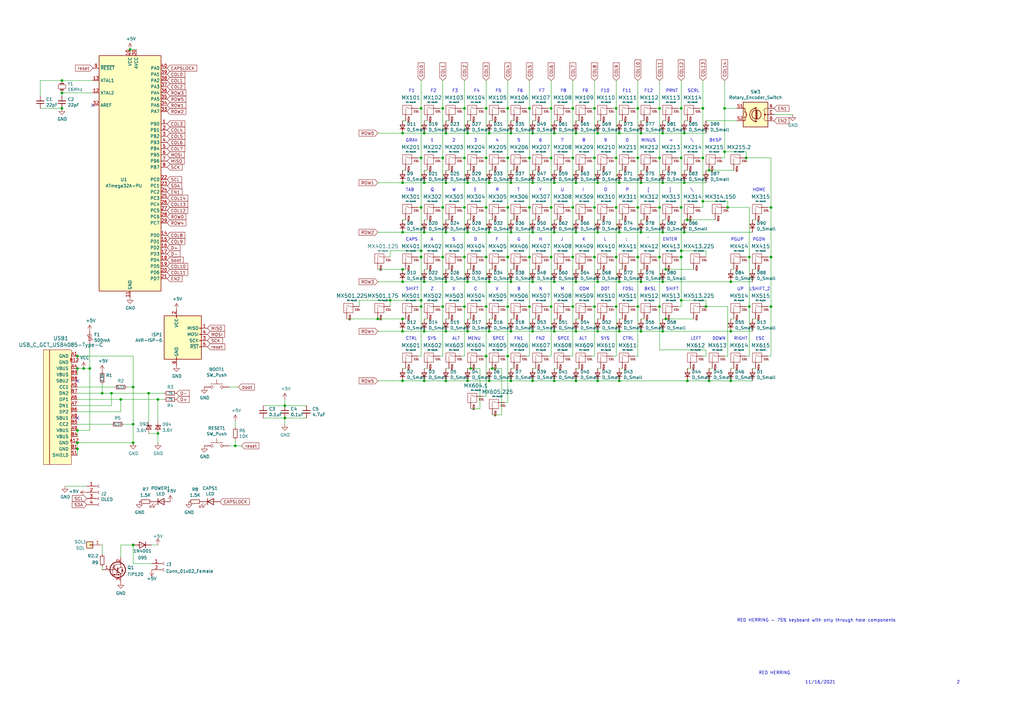
<source format=kicad_sch>
(kicad_sch (version 20211123) (generator eeschema)
  (paper "A3")
  (junction (at 217.17 105.41))
  (junction (at 209.55 115.57))
  (junction (at 200.66 95.25))
  (junction (at 165.1 110.49))
  (junction (at 181.61 125.73))
  (junction (at 273.05 110.49))
  (junction (at 181.61 85.09))
  (junction (at 270.51 44.45))
  (junction (at 254 54.61))
  (junction (at 41.91 161.29))
  (junction (at 316.23 125.73))
  (junction (at 181.61 105.41))
  (junction (at 172.72 105.41))
  (junction (at 288.29 64.77))
  (junction (at 288.29 82.55))
  (junction (at 254 115.57))
  (junction (at 54.61 181.61))
  (junction (at 201.93 151.13))
  (junction (at 45.72 161.29))
  (junction (at 279.4 85.09))
  (junction (at 218.44 156.21))
  (junction (at 270.51 85.09))
  (junction (at 236.22 54.61))
  (junction (at 227.33 74.93))
  (junction (at 49.53 163.83))
  (junction (at 208.28 105.41))
  (junction (at 281.94 90.17))
  (junction (at 243.84 105.41))
  (junction (at 200.66 135.89))
  (junction (at 316.23 105.41))
  (junction (at 64.77 177.8))
  (junction (at 254 135.89))
  (junction (at 209.55 135.89))
  (junction (at 54.61 173.99))
  (junction (at 182.88 74.93))
  (junction (at 64.77 163.83))
  (junction (at 182.88 115.57))
  (junction (at 173.99 74.93))
  (junction (at 173.99 95.25))
  (junction (at 234.95 85.09))
  (junction (at 243.84 64.77))
  (junction (at 172.72 102.87))
  (junction (at 234.95 125.73))
  (junction (at 261.62 44.45))
  (junction (at 160.02 123.19))
  (junction (at 279.4 102.87))
  (junction (at 34.29 151.13))
  (junction (at 236.22 135.89))
  (junction (at 182.88 156.21))
  (junction (at 245.11 54.61))
  (junction (at 191.77 54.61))
  (junction (at 190.5 64.77))
  (junction (at 191.77 115.57))
  (junction (at 217.17 125.73))
  (junction (at 172.72 123.19))
  (junction (at 199.39 146.05))
  (junction (at 290.83 156.21))
  (junction (at 297.18 44.45))
  (junction (at 31.75 181.61))
  (junction (at 172.72 44.45))
  (junction (at 252.73 105.41))
  (junction (at 209.55 74.93))
  (junction (at 165.1 130.81))
  (junction (at 191.77 74.93))
  (junction (at 234.95 64.77))
  (junction (at 25.4 38.1))
  (junction (at 190.5 125.73))
  (junction (at 236.22 95.25))
  (junction (at 236.22 74.93))
  (junction (at 299.72 135.89))
  (junction (at 208.28 146.05))
  (junction (at 217.17 85.09))
  (junction (at 173.99 156.21))
  (junction (at 262.89 115.57))
  (junction (at 298.45 85.09))
  (junction (at 234.95 105.41))
  (junction (at 306.07 64.77))
  (junction (at 307.34 105.41))
  (junction (at 165.1 74.93))
  (junction (at 227.33 135.89))
  (junction (at 173.99 115.57))
  (junction (at 289.56 125.73))
  (junction (at 261.62 125.73))
  (junction (at 270.51 125.73))
  (junction (at 190.5 105.41))
  (junction (at 226.06 85.09))
  (junction (at 218.44 115.57))
  (junction (at 209.55 95.25))
  (junction (at 173.99 135.89))
  (junction (at 36.83 151.13))
  (junction (at 271.78 74.93))
  (junction (at 191.77 156.21))
  (junction (at 262.89 95.25))
  (junction (at 116.84 166.37))
  (junction (at 245.11 74.93))
  (junction (at 226.06 105.41))
  (junction (at 217.17 64.77))
  (junction (at 191.77 95.25))
  (junction (at 227.33 54.61))
  (junction (at 200.66 54.61))
  (junction (at 262.89 54.61))
  (junction (at 165.1 135.89))
  (junction (at 307.34 125.73))
  (junction (at 200.66 156.21))
  (junction (at 172.72 85.09))
  (junction (at 193.04 151.13))
  (junction (at 172.72 64.77))
  (junction (at 208.28 125.73))
  (junction (at 200.66 115.57))
  (junction (at 96.52 182.88))
  (junction (at 261.62 64.77))
  (junction (at 273.05 130.81))
  (junction (at 217.17 44.45))
  (junction (at 218.44 74.93))
  (junction (at 190.5 85.09))
  (junction (at 60.96 161.29))
  (junction (at 25.4 33.02))
  (junction (at 182.88 54.61))
  (junction (at 31.75 146.05))
  (junction (at 245.11 115.57))
  (junction (at 54.61 223.52))
  (junction (at 54.61 158.75))
  (junction (at 227.33 95.25))
  (junction (at 245.11 156.21))
  (junction (at 200.66 74.93))
  (junction (at 297.18 62.23))
  (junction (at 252.73 64.77))
  (junction (at 254 156.21))
  (junction (at 281.94 156.21))
  (junction (at 299.72 156.21))
  (junction (at 31.75 184.15))
  (junction (at 173.99 54.61))
  (junction (at 182.88 95.25))
  (junction (at 208.28 85.09))
  (junction (at 252.73 44.45))
  (junction (at 226.06 125.73))
  (junction (at 279.4 44.45))
  (junction (at 261.62 105.41))
  (junction (at 116.84 171.45))
  (junction (at 191.77 135.89))
  (junction (at 199.39 85.09))
  (junction (at 190.5 44.45))
  (junction (at 299.72 115.57))
  (junction (at 199.39 125.73))
  (junction (at 234.95 44.45))
  (junction (at 279.4 123.19))
  (junction (at 280.67 95.25))
  (junction (at 208.28 44.45))
  (junction (at 254 74.93))
  (junction (at 181.61 64.77))
  (junction (at 252.73 85.09))
  (junction (at 199.39 64.77))
  (junction (at 271.78 115.57))
  (junction (at 208.28 64.77))
  (junction (at 245.11 135.89))
  (junction (at 262.89 74.93))
  (junction (at 270.51 105.41))
  (junction (at 218.44 135.89))
  (junction (at 226.06 44.45))
  (junction (at 288.29 44.45))
  (junction (at 154.94 130.81))
  (junction (at 227.33 156.21))
  (junction (at 226.06 64.77))
  (junction (at 209.55 54.61))
  (junction (at 261.62 85.09))
  (junction (at 280.67 54.61))
  (junction (at 209.55 156.21))
  (junction (at 218.44 95.25))
  (junction (at 227.33 115.57))
  (junction (at 245.11 95.25))
  (junction (at 218.44 54.61))
  (junction (at 243.84 85.09))
  (junction (at 270.51 64.77))
  (junction (at 165.1 95.25))
  (junction (at 181.61 44.45))
  (junction (at 252.73 125.73))
  (junction (at 199.39 44.45))
  (junction (at 316.23 85.09))
  (junction (at 271.78 95.25))
  (junction (at 53.34 20.32))
  (junction (at 243.84 44.45))
  (junction (at 262.89 135.89))
  (junction (at 172.72 125.73))
  (junction (at 165.1 115.57))
  (junction (at 279.4 105.41))
  (junction (at 243.84 125.73))
  (junction (at 279.4 64.77))
  (junction (at 165.1 156.21))
  (junction (at 280.67 74.93))
  (junction (at 271.78 54.61))
  (junction (at 290.83 69.85))
  (junction (at 165.1 54.61))
  (junction (at 25.4 44.45))
  (junction (at 254 95.25))
  (junction (at 271.78 135.89))
  (junction (at 236.22 115.57))
  (junction (at 182.88 135.89))
  (junction (at 31.75 176.53))
  (junction (at 199.39 105.41))
  (junction (at 31.75 151.13))
  (junction (at 236.22 156.21))
  (no_connect (at 38.1 43.18))
  (no_connect (at 31.75 156.21))
  (no_connect (at 31.75 171.45))
  (wire (pts (xy 173.99 69.85) (xy 175.26 69.85)))
  (wire (pts (xy 207.01 64.77) (xy 208.28 64.77)))
  (wire (pts (xy 290.83 156.21) (xy 299.72 156.21)))
  (wire (pts (xy 165.1 156.21) (xy 173.99 156.21)))
  (wire (pts (xy 38.1 33.02) (xy 25.4 33.02)))
  (wire (pts (xy 307.34 105.41) (xy 307.34 125.73)))
  (wire (pts (xy 217.17 125.73) (xy 217.17 146.05)))
  (wire (pts (xy 50.8 173.99) (xy 54.61 173.99)))
  (wire (pts (xy 160.02 102.87) (xy 172.72 102.87)))
  (wire (pts (xy 182.88 54.61) (xy 173.99 54.61)))
  (wire (pts (xy 270.51 85.09) (xy 270.51 105.41)))
  (wire (pts (xy 205.74 170.18) (xy 205.74 151.13)))
  (wire (pts (xy 234.95 85.09) (xy 234.95 105.41)))
  (wire (pts (xy 184.15 49.53) (xy 182.88 49.53)))
  (wire (pts (xy 290.83 151.13) (xy 292.1 151.13)))
  (wire (pts (xy 172.72 85.09) (xy 171.45 85.09)))
  (wire (pts (xy 173.99 156.21) (xy 182.88 156.21)))
  (wire (pts (xy 279.4 102.87) (xy 279.4 105.41)))
  (wire (pts (xy 226.06 85.09) (xy 226.06 105.41)))
  (wire (pts (xy 279.4 44.45) (xy 279.4 64.77)))
  (wire (pts (xy 172.72 123.19) (xy 172.72 125.73)))
  (wire (pts (xy 271.78 95.25) (xy 280.67 95.25)))
  (wire (pts (xy 173.99 130.81) (xy 175.26 130.81)))
  (wire (pts (xy 224.79 105.41) (xy 226.06 105.41)))
  (wire (pts (xy 200.66 95.25) (xy 209.55 95.25)))
  (wire (pts (xy 245.11 49.53) (xy 246.38 49.53)))
  (wire (pts (xy 154.94 74.93) (xy 165.1 74.93)))
  (wire (pts (xy 290.83 69.85) (xy 300.99 69.85)))
  (wire (pts (xy 41.91 223.52) (xy 41.91 227.33)))
  (wire (pts (xy 209.55 110.49) (xy 210.82 110.49)))
  (wire (pts (xy 297.18 146.05) (xy 298.45 146.05)))
  (wire (pts (xy 271.78 130.81) (xy 273.05 130.81)))
  (wire (pts (xy 254 49.53) (xy 255.27 49.53)))
  (wire (pts (xy 280.67 74.93) (xy 289.56 74.93)))
  (wire (pts (xy 182.88 95.25) (xy 191.77 95.25)))
  (wire (pts (xy 262.89 115.57) (xy 271.78 115.57)))
  (wire (pts (xy 41.91 161.29) (xy 31.75 161.29)))
  (wire (pts (xy 198.12 125.73) (xy 199.39 125.73)))
  (wire (pts (xy 293.37 90.17) (xy 281.94 90.17)))
  (wire (pts (xy 218.44 156.21) (xy 227.33 156.21)))
  (wire (pts (xy 209.55 54.61) (xy 200.66 54.61)))
  (wire (pts (xy 25.4 39.37) (xy 25.4 38.1)))
  (wire (pts (xy 236.22 110.49) (xy 237.49 110.49)))
  (wire (pts (xy 31.75 151.13) (xy 31.75 153.67)))
  (wire (pts (xy 243.84 105.41) (xy 243.84 125.73)))
  (wire (pts (xy 116.84 166.37) (xy 116.84 163.83)))
  (wire (pts (xy 171.45 125.73) (xy 172.72 125.73)))
  (wire (pts (xy 227.33 130.81) (xy 228.6 130.81)))
  (wire (pts (xy 154.94 95.25) (xy 165.1 95.25)))
  (wire (pts (xy 180.34 85.09) (xy 181.61 85.09)))
  (wire (pts (xy 191.77 74.93) (xy 200.66 74.93)))
  (wire (pts (xy 181.61 146.05) (xy 180.34 146.05)))
  (wire (pts (xy 31.75 184.15) (xy 31.75 181.61)))
  (wire (pts (xy 271.78 90.17) (xy 273.05 90.17)))
  (wire (pts (xy 208.28 44.45) (xy 208.28 64.77)))
  (wire (pts (xy 31.75 158.75) (xy 46.99 158.75)))
  (wire (pts (xy 207.01 146.05) (xy 208.28 146.05)))
  (wire (pts (xy 215.9 125.73) (xy 217.17 125.73)))
  (wire (pts (xy 236.22 49.53) (xy 237.49 49.53)))
  (wire (pts (xy 165.1 130.81) (xy 166.37 130.81)))
  (wire (pts (xy 200.66 156.21) (xy 209.55 156.21)))
  (wire (pts (xy 245.11 74.93) (xy 254 74.93)))
  (wire (pts (xy 218.44 69.85) (xy 219.71 69.85)))
  (wire (pts (xy 298.45 146.05) (xy 298.45 125.73)))
  (wire (pts (xy 209.55 151.13) (xy 210.82 151.13)))
  (wire (pts (xy 262.89 49.53) (xy 264.16 49.53)))
  (wire (pts (xy 306.07 62.23) (xy 297.18 62.23)))
  (wire (pts (xy 233.68 125.73) (xy 234.95 125.73)))
  (wire (pts (xy 316.23 105.41) (xy 316.23 125.73)))
  (wire (pts (xy 218.44 151.13) (xy 219.71 151.13)))
  (wire (pts (xy 191.77 110.49) (xy 193.04 110.49)))
  (wire (pts (xy 279.4 85.09) (xy 279.4 102.87)))
  (wire (pts (xy 236.22 151.13) (xy 237.49 151.13)))
  (wire (pts (xy 198.12 85.09) (xy 199.39 85.09)))
  (wire (pts (xy 208.28 125.73) (xy 208.28 146.05)))
  (wire (pts (xy 190.5 44.45) (xy 190.5 64.77)))
  (wire (pts (xy 173.99 90.17) (xy 175.26 90.17)))
  (wire (pts (xy 200.66 90.17) (xy 201.93 90.17)))
  (wire (pts (xy 54.61 146.05) (xy 54.61 158.75)))
  (wire (pts (xy 262.89 135.89) (xy 271.78 135.89)))
  (wire (pts (xy 242.57 64.77) (xy 243.84 64.77)))
  (wire (pts (xy 217.17 85.09) (xy 217.17 105.41)))
  (wire (pts (xy 49.53 163.83) (xy 64.77 163.83)))
  (wire (pts (xy 49.53 223.52) (xy 49.53 228.6)))
  (wire (pts (xy 217.17 105.41) (xy 217.17 125.73)))
  (wire (pts (xy 209.55 135.89) (xy 218.44 135.89)))
  (wire (pts (xy 226.06 125.73) (xy 224.79 125.73)))
  (wire (pts (xy 271.78 110.49) (xy 273.05 110.49)))
  (wire (pts (xy 234.95 33.02) (xy 234.95 44.45)))
  (wire (pts (xy 280.67 54.61) (xy 271.78 54.61)))
  (wire (pts (xy 269.24 44.45) (xy 270.51 44.45)))
  (wire (pts (xy 262.89 54.61) (xy 254 54.61)))
  (wire (pts (xy 280.67 54.61) (xy 289.56 54.61)))
  (wire (pts (xy 172.72 102.87) (xy 172.72 105.41)))
  (wire (pts (xy 254 156.21) (xy 281.94 156.21)))
  (wire (pts (xy 243.84 64.77) (xy 243.84 85.09)))
  (wire (pts (xy 243.84 125.73) (xy 243.84 146.05)))
  (wire (pts (xy 254 54.61) (xy 245.11 54.61)))
  (wire (pts (xy 175.26 49.53) (xy 173.99 49.53)))
  (wire (pts (xy 209.55 69.85) (xy 210.82 69.85)))
  (wire (pts (xy 284.48 130.81) (xy 273.05 130.81)))
  (wire (pts (xy 189.23 64.77) (xy 190.5 64.77)))
  (wire (pts (xy 165.1 49.53) (xy 166.37 49.53)))
  (wire (pts (xy 314.96 105.41) (xy 316.23 105.41)))
  (wire (pts (xy 236.22 135.89) (xy 245.11 135.89)))
  (wire (pts (xy 181.61 33.02) (xy 181.61 44.45)))
  (wire (pts (xy 182.88 74.93) (xy 191.77 74.93)))
  (wire (pts (xy 154.94 156.21) (xy 165.1 156.21)))
  (wire (pts (xy 200.66 54.61) (xy 191.77 54.61)))
  (wire (pts (xy 262.89 74.93) (xy 271.78 74.93)))
  (wire (pts (xy 243.84 85.09) (xy 243.84 105.41)))
  (wire (pts (xy 260.35 105.41) (xy 261.62 105.41)))
  (wire (pts (xy 279.4 105.41) (xy 279.4 123.19)))
  (wire (pts (xy 34.29 151.13) (xy 36.83 151.13)))
  (wire (pts (xy 271.78 54.61) (xy 262.89 54.61)))
  (wire (pts (xy 215.9 85.09) (xy 217.17 85.09)))
  (wire (pts (xy 172.72 85.09) (xy 172.72 102.87)))
  (wire (pts (xy 236.22 130.81) (xy 237.49 130.81)))
  (wire (pts (xy 199.39 64.77) (xy 199.39 85.09)))
  (wire (pts (xy 280.67 95.25) (xy 308.61 95.25)))
  (wire (pts (xy 245.11 151.13) (xy 246.38 151.13)))
  (wire (pts (xy 160.02 125.73) (xy 160.02 123.19)))
  (wire (pts (xy 154.94 110.49) (xy 165.1 110.49)))
  (wire (pts (xy 242.57 44.45) (xy 243.84 44.45)))
  (wire (pts (xy 251.46 64.77) (xy 252.73 64.77)))
  (wire (pts (xy 208.28 64.77) (xy 208.28 85.09)))
  (wire (pts (xy 308.61 151.13) (xy 309.88 151.13)))
  (wire (pts (xy 270.51 125.73) (xy 270.51 143.51)))
  (wire (pts (xy 215.9 44.45) (xy 217.17 44.45)))
  (wire (pts (xy 171.45 105.41) (xy 172.72 105.41)))
  (wire (pts (xy 245.11 130.81) (xy 246.38 130.81)))
  (wire (pts (xy 180.34 44.45) (xy 181.61 44.45)))
  (wire (pts (xy 287.02 64.77) (xy 288.29 64.77)))
  (wire (pts (xy 298.45 85.09) (xy 298.45 82.55)))
  (wire (pts (xy 62.23 231.14) (xy 54.61 231.14)))
  (wire (pts (xy 200.66 130.81) (xy 201.93 130.81)))
  (wire (pts (xy 31.75 146.05) (xy 54.61 146.05)))
  (wire (pts (xy 245.11 156.21) (xy 254 156.21)))
  (wire (pts (xy 199.39 44.45) (xy 199.39 64.77)))
  (wire (pts (xy 297.18 62.23) (xy 297.18 64.77)))
  (wire (pts (xy 199.39 162.56) (xy 199.39 146.05)))
  (wire (pts (xy 200.66 110.49) (xy 201.93 110.49)))
  (wire (pts (xy 279.4 64.77) (xy 279.4 85.09)))
  (wire (pts (xy 308.61 130.81) (xy 309.88 130.81)))
  (wire (pts (xy 200.66 74.93) (xy 209.55 74.93)))
  (wire (pts (xy 147.32 125.73) (xy 147.32 123.19)))
  (wire (pts (xy 254 115.57) (xy 262.89 115.57)))
  (wire (pts (xy 208.28 105.41) (xy 208.28 125.73)))
  (wire (pts (xy 288.29 44.45) (xy 288.29 64.77)))
  (wire (pts (xy 269.24 64.77) (xy 270.51 64.77)))
  (wire (pts (xy 260.35 44.45) (xy 261.62 44.45)))
  (wire (pts (xy 280.67 49.53) (xy 281.94 49.53)))
  (wire (pts (xy 165.1 95.25) (xy 173.99 95.25)))
  (wire (pts (xy 308.61 90.17) (xy 309.88 90.17)))
  (wire (pts (xy 227.33 135.89) (xy 236.22 135.89)))
  (wire (pts (xy 116.84 171.45) (xy 107.95 171.45)))
  (wire (pts (xy 182.88 90.17) (xy 184.15 90.17)))
  (wire (pts (xy 173.99 135.89) (xy 182.88 135.89)))
  (wire (pts (xy 182.88 135.89) (xy 191.77 135.89)))
  (wire (pts (xy 193.04 167.64) (xy 196.85 167.64)))
  (wire (pts (xy 160.02 123.19) (xy 172.72 123.19)))
  (wire (pts (xy 233.68 64.77) (xy 234.95 64.77)))
  (wire (pts (xy 198.12 44.45) (xy 199.39 44.45)))
  (wire (pts (xy 236.22 90.17) (xy 237.49 90.17)))
  (wire (pts (xy 209.55 130.81) (xy 210.82 130.81)))
  (wire (pts (xy 287.02 44.45) (xy 288.29 44.45)))
  (wire (pts (xy 289.56 69.85) (xy 290.83 69.85)))
  (wire (pts (xy 173.99 54.61) (xy 165.1 54.61)))
  (wire (pts (xy 236.22 54.61) (xy 227.33 54.61)))
  (wire (pts (xy 190.5 85.09) (xy 190.5 105.41)))
  (wire (pts (xy 52.07 158.75) (xy 54.61 158.75)))
  (wire (pts (xy 180.34 64.77) (xy 181.61 64.77)))
  (wire (pts (xy 308.61 110.49) (xy 309.88 110.49)))
  (wire (pts (xy 189.23 44.45) (xy 190.5 44.45)))
  (wire (pts (xy 226.06 125.73) (xy 226.06 146.05)))
  (wire (pts (xy 262.89 90.17) (xy 264.16 90.17)))
  (wire (pts (xy 271.78 115.57) (xy 299.72 115.57)))
  (wire (pts (xy 173.99 110.49) (xy 175.26 110.49)))
  (wire (pts (xy 172.72 33.02) (xy 172.72 44.45)))
  (wire (pts (xy 242.57 125.73) (xy 243.84 125.73)))
  (wire (pts (xy 54.61 181.61) (xy 31.75 181.61)))
  (wire (pts (xy 260.35 64.77) (xy 261.62 64.77)))
  (wire (pts (xy 233.68 44.45) (xy 234.95 44.45)))
  (wire (pts (xy 261.62 85.09) (xy 261.62 105.41)))
  (wire (pts (xy 217.17 33.02) (xy 217.17 44.45)))
  (wire (pts (xy 279.4 102.87) (xy 289.56 102.87)))
  (wire (pts (xy 200.66 135.89) (xy 209.55 135.89)))
  (wire (pts (xy 171.45 64.77) (xy 172.72 64.77)))
  (wire (pts (xy 271.78 49.53) (xy 273.05 49.53)))
  (wire (pts (xy 227.33 151.13) (xy 228.6 151.13)))
  (wire (pts (xy 218.44 49.53) (xy 219.71 49.53)))
  (wire (pts (xy 181.61 64.77) (xy 181.61 85.09)))
  (wire (pts (xy 189.23 105.41) (xy 190.5 105.41)))
  (wire (pts (xy 226.06 105.41) (xy 226.06 125.73)))
  (wire (pts (xy 181.61 85.09) (xy 181.61 105.41)))
  (wire (pts (xy 54.61 231.14) (xy 54.61 223.52)))
  (wire (pts (xy 236.22 74.93) (xy 245.11 74.93)))
  (wire (pts (xy 209.55 74.93) (xy 218.44 74.93)))
  (wire (pts (xy 191.77 54.61) (xy 182.88 54.61)))
  (wire (pts (xy 245.11 135.89) (xy 254 135.89)))
  (wire (pts (xy 289.56 123.19) (xy 279.4 123.19)))
  (wire (pts (xy 208.28 165.1) (xy 208.28 146.05)))
  (wire (pts (xy 209.55 115.57) (xy 218.44 115.57)))
  (wire (pts (xy 245.11 54.61) (xy 236.22 54.61)))
  (wire (pts (xy 165.1 90.17) (xy 166.37 90.17)))
  (wire (pts (xy 224.79 146.05) (xy 226.06 146.05)))
  (wire (pts (xy 31.75 148.59) (xy 31.75 146.05)))
  (wire (pts (xy 245.11 115.57) (xy 254 115.57)))
  (wire (pts (xy 269.24 125.73) (xy 270.51 125.73)))
  (wire (pts (xy 191.77 95.25) (xy 200.66 95.25)))
  (wire (pts (xy 182.88 69.85) (xy 184.15 69.85)))
  (wire (pts (xy 147.32 123.19) (xy 160.02 123.19)))
  (wire (pts (xy 245.11 95.25) (xy 254 95.25)))
  (wire (pts (xy 254 95.25) (xy 262.89 95.25)))
  (wire (pts (xy 242.57 85.09) (xy 243.84 85.09)))
  (wire (pts (xy 226.06 33.02) (xy 226.06 44.45)))
  (wire (pts (xy 16.51 33.02) (xy 16.51 39.37)))
  (wire (pts (xy 218.44 95.25) (xy 227.33 95.25)))
  (wire (pts (xy 308.61 156.21) (xy 299.72 156.21)))
  (wire (pts (xy 64.77 177.8) (xy 64.77 181.61)))
  (wire (pts (xy 254 90.17) (xy 255.27 90.17)))
  (wire (pts (xy 307.34 125.73) (xy 307.34 146.05)))
  (wire (pts (xy 201.93 170.18) (xy 205.74 170.18)))
  (wire (pts (xy 36.83 176.53) (xy 36.83 151.13)))
  (wire (pts (xy 199.39 105.41) (xy 199.39 125.73)))
  (wire (pts (xy 165.1 151.13) (xy 166.37 151.13)))
  (wire (pts (xy 224.79 44.45) (xy 226.06 44.45)))
  (wire (pts (xy 270.51 143.51) (xy 289.56 143.51)))
  (wire (pts (xy 45.72 166.37) (xy 45.72 161.29)))
  (wire (pts (xy 262.89 69.85) (xy 264.16 69.85)))
  (wire (pts (xy 261.62 64.77) (xy 261.62 85.09)))
  (wire (pts (xy 190.5 105.41) (xy 190.5 125.73)))
  (wire (pts (xy 45.72 161.29) (xy 41.91 161.29)))
  (wire (pts (xy 234.95 146.05) (xy 233.68 146.05)))
  (wire (pts (xy 160.02 105.41) (xy 160.02 102.87)))
  (wire (pts (xy 215.9 64.77) (xy 217.17 64.77)))
  (wire (pts (xy 208.28 85.09) (xy 208.28 105.41)))
  (wire (pts (xy 254 69.85) (xy 255.27 69.85)))
  (wire (pts (xy 154.94 130.81) (xy 165.1 130.81)))
  (wire (pts (xy 172.72 125.73) (xy 172.72 146.05)))
  (wire (pts (xy 226.06 64.77) (xy 226.06 85.09)))
  (wire (pts (xy 254 135.89) (xy 262.89 135.89)))
  (wire (pts (xy 306.07 125.73) (xy 307.34 125.73)))
  (wire (pts (xy 251.46 105.41) (xy 252.73 105.41)))
  (wire (pts (xy 25.4 44.45) (xy 16.51 44.45)))
  (wire (pts (xy 226.06 44.45) (xy 226.06 64.77)))
  (wire (pts (xy 49.53 223.52) (xy 54.61 223.52)))
  (wire (pts (xy 278.13 64.77) (xy 279.4 64.77)))
  (wire (pts (xy 316.23 125.73) (xy 316.23 146.05)))
  (wire (pts (xy 31.75 151.13) (xy 34.29 151.13)))
  (wire (pts (xy 172.72 146.05) (xy 171.45 146.05)))
  (wire (pts (xy 306.07 64.77) (xy 306.07 62.23)))
  (wire (pts (xy 236.22 115.57) (xy 245.11 115.57)))
  (wire (pts (xy 245.11 110.49) (xy 246.38 110.49)))
  (wire (pts (xy 209.55 156.21) (xy 218.44 156.21)))
  (wire (pts (xy 191.77 135.89) (xy 200.66 135.89)))
  (wire (pts (xy 207.01 85.09) (xy 208.28 85.09)))
  (wire (pts (xy 254 74.93) (xy 262.89 74.93)))
  (wire (pts (xy 64.77 172.72) (xy 64.77 163.83)))
  (wire (pts (xy 307.34 85.09) (xy 298.45 85.09)))
  (wire (pts (xy 280.67 69.85) (xy 281.94 69.85)))
  (wire (pts (xy 191.77 151.13) (xy 193.04 151.13)))
  (wire (pts (xy 182.88 115.57) (xy 191.77 115.57)))
  (wire (pts (xy 287.02 85.09) (xy 288.29 85.09)))
  (wire (pts (xy 64.77 163.83) (xy 67.31 163.83)))
  (wire (pts (xy 234.95 44.45) (xy 234.95 64.77)))
  (wire (pts (xy 196.85 167.64) (xy 196.85 151.13)))
  (wire (pts (xy 165.1 54.61) (xy 154.94 54.61)))
  (wire (pts (xy 261.62 33.02) (xy 261.62 44.45)))
  (wire (pts (xy 190.5 64.77) (xy 190.5 85.09)))
  (wire (pts (xy 199.39 146.05) (xy 198.12 146.05)))
  (wire (pts (xy 243.84 44.45) (xy 243.84 64.77)))
  (wire (pts (xy 218.44 135.89) (xy 227.33 135.89)))
  (wire (pts (xy 173.99 115.57) (xy 182.88 115.57)))
  (wire (pts (xy 36.83 151.13) (xy 36.83 140.97)))
  (wire (pts (xy 173.99 95.25) (xy 182.88 95.25)))
  (wire (pts (xy 270.51 33.02) (xy 270.51 44.45)))
  (wire (pts (xy 288.29 33.02) (xy 288.29 44.45)))
  (wire (pts (xy 298.45 82.55) (xy 288.29 82.55)))
  (wire (pts (xy 224.79 85.09) (xy 226.06 85.09)))
  (wire (pts (xy 262.89 95.25) (xy 271.78 95.25)))
  (wire (pts (xy 165.1 110.49) (xy 166.37 110.49)))
  (wire (pts (xy 262.89 130.81) (xy 264.16 130.81)))
  (wire (pts (xy 189.23 125.73) (xy 190.5 125.73)))
  (wire (pts (xy 142.24 130.81) (xy 154.94 130.81)))
  (wire (pts (xy 251.46 125.73) (xy 252.73 125.73)))
  (wire (pts (xy 242.57 146.05) (xy 243.84 146.05)))
  (wire (pts (xy 172.72 105.41) (xy 172.72 123.19)))
  (wire (pts (xy 209.55 90.17) (xy 210.82 90.17)))
  (wire (pts (xy 191.77 130.81) (xy 193.04 130.81)))
  (wire (pts (xy 55.88 20.32) (xy 53.34 20.32)))
  (wire (pts (xy 288.29 146.05) (xy 289.56 146.05)))
  (wire (pts (xy 218.44 74.93) (xy 227.33 74.93)))
  (wire (pts (xy 49.53 168.91) (xy 31.75 168.91)))
  (wire (pts (xy 200.66 115.57) (xy 209.55 115.57)))
  (wire (pts (xy 279.4 33.02) (xy 279.4 44.45)))
  (wire (pts (xy 299.72 130.81) (xy 300.99 130.81)))
  (wire (pts (xy 261.62 105.41) (xy 261.62 125.73)))
  (wire (pts (xy 62.23 223.52) (xy 64.77 223.52)))
  (wire (pts (xy 173.99 151.13) (xy 175.26 151.13)))
  (wire (pts (xy 278.13 44.45) (xy 279.4 44.45)))
  (wire (pts (xy 25.4 38.1) (xy 38.1 38.1)))
  (wire (pts (xy 227.33 69.85) (xy 228.6 69.85)))
  (wire (pts (xy 278.13 105.41) (xy 279.4 105.41)))
  (wire (pts (xy 191.77 90.17) (xy 193.04 90.17)))
  (wire (pts (xy 278.13 85.09) (xy 279.4 85.09)))
  (wire (pts (xy 280.67 90.17) (xy 281.94 90.17)))
  (wire (pts (xy 281.94 151.13) (xy 283.21 151.13)))
  (wire (pts (xy 302.26 44.45) (xy 297.18 44.45)))
  (wire (pts (xy 190.5 33.02) (xy 190.5 44.45)))
  (wire (pts (xy 54.61 173.99) (xy 54.61 181.61)))
  (wire (pts (xy 279.4 123.19) (xy 279.4 125.73)))
  (wire (pts (xy 260.35 125.73) (xy 261.62 125.73)))
  (wire (pts (xy 181.61 105.41) (xy 181.61 125.73)))
  (wire (pts (xy 207.01 165.1) (xy 208.28 165.1)))
  (wire (pts (xy 35.56 199.39) (xy 26.67 199.39)))
  (wire (pts (xy 190.5 125.73) (xy 190.5 146.05)))
  (wire (pts (xy 207.01 125.73) (xy 208.28 125.73)))
  (wire (pts (xy 198.12 162.56) (xy 199.39 162.56)))
  (wire (pts (xy 299.72 151.13) (xy 300.99 151.13)))
  (wire (pts (xy 93.98 158.75) (xy 97.79 158.75)))
  (wire (pts (xy 198.12 105.41) (xy 199.39 105.41)))
  (wire (pts (xy 227.33 90.17) (xy 228.6 90.17)))
  (wire (pts (xy 271.78 69.85) (xy 273.05 69.85)))
  (wire (pts (xy 297.18 44.45) (xy 297.18 62.23)))
  (wire (pts (xy 252.73 85.09) (xy 252.73 105.41)))
  (wire (pts (xy 217.17 44.45) (xy 217.17 64.77)))
  (wire (pts (xy 217.17 146.05) (xy 215.9 146.05)))
  (wire (pts (xy 107.95 166.37) (xy 116.84 166.37)))
  (wire (pts (xy 224.79 64.77) (xy 226.06 64.77)))
  (wire (pts (xy 298.45 125.73) (xy 289.56 125.73)))
  (wire (pts (xy 215.9 105.41) (xy 217.17 105.41)))
  (wire (pts (xy 316.23 85.09) (xy 316.23 105.41)))
  (wire (pts (xy 227.33 115.57) (xy 236.22 115.57)))
  (wire (pts (xy 193.04 49.53) (xy 191.77 49.53)))
  (wire (pts (xy 314.96 125.73) (xy 316.23 125.73)))
  (wire (pts (xy 306.07 64.77) (xy 316.23 64.77)))
  (wire (pts (xy 271.78 135.89) (xy 299.72 135.89)))
  (wire (pts (xy 270.51 105.41) (xy 270.51 125.73)))
  (wire (pts (xy 45.72 161.29) (xy 60.96 161.29)))
  (wire (pts (xy 208.28 33.02) (xy 208.28 44.45)))
  (wire (pts (xy 314.96 85.09) (xy 316.23 85.09)))
  (wire (pts (xy 278.13 125.73) (xy 279.4 125.73)))
  (wire (pts (xy 252.73 44.45) (xy 252.73 64.77)))
  (wire (pts (xy 99.06 182.88) (xy 96.52 182.88)))
  (wire (pts (xy 252.73 105.41) (xy 252.73 125.73)))
  (wire (pts (xy 269.24 105.41) (xy 270.51 105.41)))
  (wire (pts (xy 181.61 44.45) (xy 181.61 64.77)))
  (wire (pts (xy 180.34 105.41) (xy 181.61 105.41)))
  (wire (pts (xy 207.01 44.45) (xy 208.28 44.45)))
  (wire (pts (xy 254 151.13) (xy 255.27 151.13)))
  (wire (pts (xy 31.75 173.99) (xy 45.72 173.99)))
  (wire (pts (xy 171.45 44.45) (xy 172.72 44.45)))
  (wire (pts (xy 200.66 69.85) (xy 201.93 69.85)))
  (wire (pts (xy 165.1 115.57) (xy 173.99 115.57)))
  (wire (pts (xy 261.62 44.45) (xy 261.62 64.77)))
  (wire (pts (xy 25.4 33.02) (xy 16.51 33.02)))
  (wire (pts (xy 227.33 74.93) (xy 236.22 74.93)))
  (wire (pts (xy 165.1 74.93) (xy 173.99 74.93)))
  (wire (pts (xy 191.77 115.57) (xy 200.66 115.57)))
  (wire (pts (xy 254 130.81) (xy 255.27 130.81)))
  (wire (pts (xy 49.53 163.83) (xy 49.53 168.91)))
  (wire (pts (xy 227.33 49.53) (xy 228.6 49.53)))
  (wire (pts (xy 199.39 125.73) (xy 199.39 146.05)))
  (wire (pts (xy 60.96 161.29) (xy 60.96 172.72)))
  (wire (pts (xy 60.96 161.29) (xy 67.31 161.29)))
  (wire (pts (xy 218.44 54.61) (xy 209.55 54.61)))
  (wire (pts (xy 191.77 69.85) (xy 193.04 69.85)))
  (wire (pts (xy 199.39 33.02) (xy 199.39 44.45)))
  (wire (pts (xy 254 110.49) (xy 255.27 110.49)))
  (wire (pts (xy 289.56 105.41) (xy 289.56 102.87)))
  (wire (pts (xy 289.56 143.51) (xy 289.56 146.05)))
  (wire (pts (xy 234.95 64.77) (xy 234.95 85.09)))
  (wire (pts (xy 96.52 172.72) (xy 96.52 175.26)))
  (wire (pts (xy 317.5 46.99) (xy 325.12 46.99)))
  (wire (pts (xy 234.95 105.41) (xy 234.95 125.73)))
  (wire (pts (xy 243.84 33.02) (xy 243.84 44.45)))
  (wire (pts (xy 60.96 177.8) (xy 64.77 177.8)))
  (wire (pts (xy 191.77 156.21) (xy 200.66 156.21)))
  (wire (pts (xy 306.07 105.41) (xy 307.34 105.41)))
  (wire (pts (xy 217.17 64.77) (xy 217.17 85.09)))
  (wire (pts (xy 180.34 125.73) (xy 181.61 125.73)))
  (wire (pts (xy 218.44 90.17) (xy 219.71 90.17)))
  (wire (pts (xy 289.56 125.73) (xy 289.56 123.19)))
  (wire (pts (xy 189.23 85.09) (xy 190.5 85.09)))
  (wire (pts (xy 233.68 105.41) (xy 234.95 105.41)))
  (wire (pts (xy 316.23 146.05) (xy 314.96 146.05)))
  (wire (pts (xy 218.44 115.57) (xy 227.33 115.57)))
  (wire (pts (xy 41.91 232.41) (xy 41.91 233.68)))
  (wire (pts (xy 288.29 64.77) (xy 288.29 82.55)))
  (wire (pts (xy 306.07 146.05) (xy 307.34 146.05)))
  (wire (pts (xy 288.29 82.55) (xy 288.29 85.09)))
  (wire (pts (xy 96.52 182.88) (xy 96.52 180.34)))
  (wire (pts (xy 299.72 115.57) (xy 308.61 115.57)))
  (wire (pts (xy 271.78 74.93) (xy 280.67 74.93)))
  (wire (pts (xy 245.11 90.17) (xy 246.38 90.17)))
  (wire (pts (xy 233.68 85.09) (xy 234.95 85.09)))
  (wire (pts (xy 172.72 64.77) (xy 172.72 85.09)))
  (wire (pts (xy 227.33 54.61) (xy 218.44 54.61)))
  (wire (pts (xy 252.73 146.05) (xy 251.46 146.05)))
  (wire (pts (xy 273.05 110.49) (xy 284.48 110.49)))
  (wire (pts (xy 245.11 69.85) (xy 246.38 69.85)))
  (wire (pts (xy 299.72 110.49) (xy 300.99 110.49)))
  (wire (pts (xy 218.44 110.49) (xy 219.71 110.49)))
  (wire (pts (xy 252.73 125.73) (xy 252.73 146.05)))
  (wire (pts (xy 227.33 156.21) (xy 236.22 156.21)))
  (wire (pts (xy 227.33 95.25) (xy 236.22 95.25)))
  (wire (pts (xy 236.22 95.25) (xy 245.11 95.25)))
  (wire (pts (xy 199.39 85.09) (xy 199.39 105.41)))
  (wire (pts (xy 295.91 64.77) (xy 297.18 64.77)))
  (wire (pts (xy 54.61 158.75) (xy 54.61 173.99)))
  (wire (pts (xy 116.84 166.37) (xy 125.73 166.37)))
  (wire (pts (xy 299.72 135.89) (xy 308.61 135.89)))
  (wire (pts (xy 31.75 163.83) (xy 49.53 163.83)))
  (wire (pts (xy 116.84 171.45) (xy 116.84 173.99)))
  (wire (pts (xy 31.75 179.07) (xy 31.75 176.53)))
  (wire (pts (xy 190.5 146.05) (xy 189.23 146.05)))
  (wire (pts (xy 209.55 95.25) (xy 218.44 95.25)))
  (wire (pts (xy 182.88 156.21) (xy 191.77 156.21)))
  (wire (pts (xy 154.94 135.89) (xy 165.1 135.89)))
  (wire (pts (xy 251.46 44.45) (xy 252.73 44.45)))
  (wire (pts (xy 262.89 110.49) (xy 264.16 110.49)))
  (wire (pts (xy 252.73 33.02) (xy 252.73 44.45)))
  (wire (pts (xy 200.66 49.53) (xy 201.93 49.53)))
  (wire (pts (xy 182.88 130.81) (xy 184.15 130.81)))
  (wire (pts (xy 198.12 64.77) (xy 199.39 64.77)))
  (wire (pts (xy 31.75 184.15) (xy 31.75 186.69)))
  (wire (pts (xy 242.57 105.41) (xy 243.84 105.41)))
  (wire (pts (xy 289.56 49.53) (xy 302.26 49.53)))
  (wire (pts (xy 316.23 64.77) (xy 316.23 85.09)))
  (wire (pts (xy 251.46 85.09) (xy 252.73 85.09)))
  (wire (pts (xy 281.94 156.21) (xy 290.83 156.21)))
  (wire (pts (xy 205.74 151.13) (xy 201.93 151.13)))
  (wire (pts (xy 200.66 151.13) (xy 201.93 151.13)))
  (wire (pts (xy 31.75 166.37) (xy 45.72 166.37)))
  (wire (pts (xy 182.88 110.49) (xy 184.15 110.49)))
  (wire (pts (xy 182.88 151.13) (xy 184.15 151.13)))
  (wire (pts (xy 154.94 115.57) (xy 165.1 115.57)))
  (wire (pts (xy 196.85 151.13) (xy 193.04 151.13)))
  (wire (pts (xy 41.91 161.29) (xy 41.91 157.48)))
  (wire (pts (xy 227.33 110.49) (xy 228.6 110.49)))
  (wire (pts (xy 218.44 130.81) (xy 219.71 130.81)))
  (wire (pts (xy 31.75 176.53) (xy 36.83 176.53)))
  (wire (pts (xy 173.99 74.93) (xy 182.88 74.93)))
  (wire (pts (xy 234.95 125.73) (xy 234.95 146.05)))
  (wire (pts (xy 165.1 69.85) (xy 166.37 69.85)))
  (wire (pts (xy 307.34 85.09) (xy 307.34 105.41)))
  (wire (pts (xy 209.55 49.53) (xy 210.82 49.53)))
  (wire (pts (xy 165.1 135.89) (xy 173.99 135.89)))
  (wire (pts (xy 260.35 146.05) (xy 261.62 146.05)))
  (wire (pts (xy 125.73 171.45) (xy 116.84 171.45)))
  (wire (pts (xy 261.62 125.73) (xy 261.62 146.05)))
  (wire (pts (xy 207.01 105.41) (xy 208.28 105.41)))
  (wire (pts (xy 181.61 125.73) (xy 181.61 146.05)))
  (wire (pts (xy 270.51 44.45) (xy 270.51 64.77)))
  (wire (pts (xy 252.73 64.77) (xy 252.73 85.09)))
  (wire (pts (xy 236.22 156.21) (xy 245.11 156.21)))
  (wire (pts (xy 297.18 33.02) (xy 297.18 44.45)))
  (wire (pts (xy 236.22 69.85) (xy 237.49 69.85)))
  (wire (pts (xy 270.51 64.77) (xy 270.51 85.09)))
  (wire (pts (xy 172.72 44.45) (xy 172.72 64.77)))
  (wire (pts (xy 269.24 85.09) (xy 270.51 85.09)))
  (wire (pts (xy 260.35 85.09) (xy 261.62 85.09)))
  (wire (pts (xy 96.52 182.88) (xy 93.98 182.88)))
  (text "2" (at 393.7 280.67 180) (effects (font (size 1.27 1.27)) (justify right bottom)))
  (text "O" (at 247.65 78.74 0) (effects (font (size 1.27 1.27)) (justify left bottom)))
  (text "9" (at 247.65 58.42 0) (effects (font (size 1.27 1.27)) (justify left bottom)))
  (text "3" (at 194.31 58.42 0) (effects (font (size 1.27 1.27)) (justify left bottom)))
  (text "7" (at 229.87 58.42 0) (effects (font (size 1.27 1.27)) (justify left bottom)))
  (text "UP" (at 302.26 119.38 0) (effects (font (size 1.27 1.27)) (justify left bottom)))
  (text "FN1" (at 210.82 139.7 0) (effects (font (size 1.27 1.27)) (justify left bottom)))
  (text "FDSL" (at 255.27 119.38 0) (effects (font (size 1.27 1.27)) (justify left bottom)))
  (text "SPCE" (at 201.93 139.7 0) (effects (font (size 1.27 1.27)) (justify left bottom)))
  (text "H" (at 220.98 99.06 0) (effects (font (size 1.27 1.27)) (justify left bottom)))
  (text "F5" (at 203.2 38.1 0) (effects (font (size 1.27 1.27)) (justify left bottom)))
  (text "P" (at 256.54 78.74 0) (effects (font (size 1.27 1.27)) (justify left bottom)))
  (text "LEFT" (at 283.21 139.7 0) (effects (font (size 1.27 1.27)) (justify left bottom)))
  (text "5" (at 212.09 58.42 0) (effects (font (size 1.27 1.27)) (justify left bottom)))
  (text "F8" (at 229.87 38.1 0) (effects (font (size 1.27 1.27)) (justify left bottom)))
  (text "LSHIFT_2" (at 307.34 119.38 0) (effects (font (size 1.27 1.27)) (justify left bottom)))
  (text "HOME" (at 308.61 78.74 0) (effects (font (size 1.27 1.27)) (justify left bottom)))
  (text "0" (at 256.54 58.42 0) (effects (font (size 1.27 1.27)) (justify left bottom)))
  (text "RED HERRING - 75% keyboard with only through hole components" (at 302.26 255.27 0) (effects (font (size 1.27 1.27)) (justify left bottom)))
  (text "M" (at 229.87 119.38 0) (effects (font (size 1.27 1.27)) (justify left bottom)))
  (text "C" (at 194.31 119.38 0) (effects (font (size 1.27 1.27)) (justify left bottom)))
  (text "W" (at 185.42 78.74 0) (effects (font (size 1.27 1.27)) (justify left bottom)))
  (text "I" (at 238.76 78.74 0) (effects (font (size 1.27 1.27)) (justify left bottom)))
  (text "[" (at 265.43 78.74 0) (effects (font (size 1.27 1.27)) (justify left bottom)))
  (text "PRNT" (at 273.05 38.1 0) (effects (font (size 1.27 1.27)) (justify left bottom)))
  (text "SYS" (at 246.38 139.7 0) (effects (font (size 1.27 1.27)) (justify left bottom)))
  (text "FN2" (at 219.71 139.7 0) (effects (font (size 1.27 1.27)) (justify left bottom)))
  (text "A" (at 176.53 99.06 0) (effects (font (size 1.27 1.27)) (justify left bottom)))
  (text "F3" (at 185.42 38.1 0) (effects (font (size 1.27 1.27)) (justify left bottom)))
  (text "PGUP" (at 299.72 99.06 0) (effects (font (size 1.27 1.27)) (justify left bottom)))
  (text "J" (at 229.87 99.06 0) (effects (font (size 1.27 1.27)) (justify left bottom)))
  (text "MENU" (at 191.77 139.7 0) (effects (font (size 1.27 1.27)) (justify left bottom)))
  (text "SCRL" (at 281.94 38.1 0) (effects (font (size 1.27 1.27)) (justify left bottom)))
  (text "SPCE" (at 228.6 139.7 0) (effects (font (size 1.27 1.27)) (justify left bottom)))
  (text "6" (at 220.98 58.42 0) (effects (font (size 1.27 1.27)) (justify left bottom)))
  (text "F10" (at 246.38 38.1 0) (effects (font (size 1.27 1.27)) (justify left bottom)))
  (text "Q" (at 176.53 78.74 0) (effects (font (size 1.27 1.27)) (justify left bottom)))
  (text "F11" (at 255.27 38.1 0) (effects (font (size 1.27 1.27)) (justify left bottom)))
  (text "=" (at 274.32 58.42 0) (effects (font (size 1.27 1.27)) (justify left bottom)))
  (text ";" (at 256.54 99.06 0) (effects (font (size 1.27 1.27)) (justify left bottom)))
  (text "F1" (at 167.64 38.1 0) (effects (font (size 1.27 1.27)) (justify left bottom)))
  (text "E" (at 194.31 78.74 0) (effects (font (size 1.27 1.27)) (justify left bottom)))
  (text "TAB" (at 166.37 78.74 0) (effects (font (size 1.27 1.27)) (justify left bottom)))
  (text "F4" (at 194.31 38.1 0) (effects (font (size 1.27 1.27)) (justify left bottom)))
  (text "Z" (at 176.53 119.38 0) (effects (font (size 1.27 1.27)) (justify left bottom)))
  (text "COM" (at 237.49 119.38 0) (effects (font (size 1.27 1.27)) (justify left bottom)))
  (text "SYS" (at 175.26 139.7 0) (effects (font (size 1.27 1.27)) (justify left bottom)))
  (text "PGDN" (at 308.61 99.06 0) (effects (font (size 1.27 1.27)) (justify left bottom)))
  (text "‘" (at 265.43 99.06 0) (effects (font (size 1.27 1.27)) (justify left bottom)))
  (text "T" (at 212.09 78.74 0) (effects (font (size 1.27 1.27)) (justify left bottom)))
  (text "D" (at 194.31 99.06 0) (effects (font (size 1.27 1.27)) (justify left bottom)))
  (text "RIGHT" (at 300.99 139.7 0) (effects (font (size 1.27 1.27)) (justify left bottom)))
  (text "ESC" (at 309.88 139.7 0) (effects (font (size 1.27 1.27)) (justify left bottom)))
  (text "\\" (at 283.21 78.74 0) (effects (font (size 1.27 1.27)) (justify left bottom)))
  (text "8" (at 238.76 58.42 0) (effects (font (size 1.27 1.27)) (justify left bottom)))
  (text "Y" (at 220.98 78.74 0) (effects (font (size 1.27 1.27)) (justify left bottom)))
  (text "]" (at 274.32 78.74 0) (effects (font (size 1.27 1.27)) (justify left bottom)))
  (text "11/16/2021" (at 330.2 280.67 0) (effects (font (size 1.27 1.27)) (justify left bottom)))
  (text "N" (at 220.98 119.38 0) (effects (font (size 1.27 1.27)) (justify left bottom)))
  (text "DOWN" (at 292.1 139.7 0) (effects (font (size 1.27 1.27)) (justify left bottom)))
  (text "SHIFT" (at 273.05 119.38 0) (effects (font (size 1.27 1.27)) (justify left bottom)))
  (text "U" (at 229.87 78.74 0) (effects (font (size 1.27 1.27)) (justify left bottom)))
  (text "DOT" (at 246.38 119.38 0) (effects (font (size 1.27 1.27)) (justify left bottom)))
  (text "BKSP" (at 290.83 58.42 0) (effects (font (size 1.27 1.27)) (justify left bottom)))
  (text "ENTER" (at 271.78 99.06 0) (effects (font (size 1.27 1.27)) (justify left bottom)))
  (text "2" (at 185.42 58.42 0) (effects (font (size 1.27 1.27)) (justify left bottom)))
  (text "BKSL" (at 264.16 119.38 0) (effects (font (size 1.27 1.27)) (justify left bottom)))
  (text "4" (at 203.2 58.42 0) (effects (font (size 1.27 1.27)) (justify left bottom)))
  (text "F9" (at 238.76 38.1 0) (effects (font (size 1.27 1.27)) (justify left bottom)))
  (text "S" (at 185.42 99.06 0) (effects (font (size 1.27 1.27)) (justify left bottom)))
  (text "ALT" (at 185.42 139.7 0) (effects (font (size 1.27 1.27)) (justify left bottom)))
  (text "F7" (at 220.98 38.1 0) (effects (font (size 1.27 1.27)) (justify left bottom)))
  (text "\\" (at 283.21 58.42 0) (effects (font (size 1.27 1.27)) (justify left bottom)))
  (text "RED HERRING" (at 311.15 276.86 0) (effects (font (size 1.27 1.27)) (justify left bottom)))
  (text "G" (at 212.09 99.06 0) (effects (font (size 1.27 1.27)) (justify left bottom)))
  (text "F6" (at 212.09 38.1 0) (effects (font (size 1.27 1.27)) (justify left bottom)))
  (text "L" (at 247.65 99.06 0) (effects (font (size 1.27 1.27)) (justify left bottom)))
  (text "X" (at 185.42 119.38 0) (effects (font (size 1.27 1.27)) (justify left bottom)))
  (text "B" (at 212.09 119.38 0) (effects (font (size 1.27 1.27)) (justify left bottom)))
  (text "K" (at 238.76 99.06 0) (effects (font (size 1.27 1.27)) (justify left bottom)))
  (text "F2" (at 176.53 38.1 0) (effects (font (size 1.27 1.27)) (justify left bottom)))
  (text "SHIFT" (at 166.37 119.38 0) (effects (font (size 1.27 1.27)) (justify left bottom)))
  (text "1" (at 176.53 58.42 0) (effects (font (size 1.27 1.27)) (justify left bottom)))
  (text "F" (at 203.2 99.06 0) (effects (font (size 1.27 1.27)) (justify left bottom)))
  (text "CAPS" (at 166.37 99.06 0) (effects (font (size 1.27 1.27)) (justify left bottom)))
  (text "GRAV" (at 166.37 58.42 0) (effects (font (size 1.27 1.27)) (justify left bottom)))
  (text "ALT" (at 237.49 139.7 0) (effects (font (size 1.27 1.27)) (justify left bottom)))
  (text "CTRL" (at 166.37 139.7 0) (effects (font (size 1.27 1.27)) (justify left bottom)))
  (text "F12" (at 264.16 38.1 0) (effects (font (size 1.27 1.27)) (justify left bottom)))
  (text "V" (at 203.2 119.38 0) (effects (font (size 1.27 1.27)) (justify left bottom)))
  (text "CTRL" (at 255.27 139.7 0) (effects (font (size 1.27 1.27)) (justify left bottom)))
  (text "R" (at 203.2 78.74 0) (effects (font (size 1.27 1.27)) (justify left bottom)))
  (text "MINUS" (at 262.89 58.42 0) (effects (font (size 1.27 1.27)) (justify left bottom)))
  (global_label "COL1" (shape input) (at 181.61 33.02 90) (property "Intersheet References" "${INTERSHEET_REFS}" (effects hide)))
  (global_label "boot" (shape input) (at 68.58 106.68 0) (property "Intersheet References" "${INTERSHEET_REFS}" (effects hide)))
  (global_label "CAPSLOCK" (shape input) (at 68.58 27.94 0) (property "Intersheet References" "${INTERSHEET_REFS}" (effects hide)))
  (global_label "COL10" (shape input) (at 68.58 109.22 0) (property "Intersheet References" "${INTERSHEET_REFS}" (effects hide)))
  (global_label "ROW2" (shape input) (at 68.58 45.72 0) (property "Intersheet References" "${INTERSHEET_REFS}" (effects hide)))
  (global_label "COL7" (shape input) (at 68.58 60.96 0) (property "Intersheet References" "${INTERSHEET_REFS}" (effects hide)))
  (global_label "COL12" (shape input) (at 68.58 86.36 0) (property "Intersheet References" "${INTERSHEET_REFS}" (effects hide)))
  (global_label "D-" (shape input) (at 68.58 104.14 0) (property "Intersheet References" "${INTERSHEET_REFS}" (effects hide)))
  (global_label "COL3" (shape input) (at 199.39 33.02 90) (property "Intersheet References" "${INTERSHEET_REFS}" (effects hide)))
  (global_label "COL10" (shape input) (at 261.62 33.02 90) (property "Intersheet References" "${INTERSHEET_REFS}" (effects hide)))
  (global_label "EN1" (shape input) (at 68.58 78.74 0) (property "Intersheet References" "${INTERSHEET_REFS}" (effects hide)))
  (global_label "EN2" (shape input) (at 317.5 49.53 0) (property "Intersheet References" "${INTERSHEET_REFS}" (effects hide)))
  (global_label "COL11" (shape input) (at 270.51 33.02 90) (property "Intersheet References" "${INTERSHEET_REFS}" (effects hide)))
  (global_label "SDA" (shape input) (at 68.58 76.2 0) (property "Intersheet References" "${INTERSHEET_REFS}" (effects hide)))
  (global_label "COL9" (shape input) (at 252.73 33.02 90) (property "Intersheet References" "${INTERSHEET_REFS}" (effects hide)))
  (global_label "ROW4" (shape input) (at 68.58 91.44 0) (property "Intersheet References" "${INTERSHEET_REFS}" (effects hide)))
  (global_label "MISO" (shape input) (at 85.09 134.62 0) (property "Intersheet References" "${INTERSHEET_REFS}" (effects hide)))
  (global_label "EN1" (shape input) (at 317.5 44.45 0) (property "Intersheet References" "${INTERSHEET_REFS}" (effects hide)))
  (global_label "SCK" (shape input) (at 85.09 139.7 0) (property "Intersheet References" "${INTERSHEET_REFS}" (effects hide)))
  (global_label "COL5" (shape input) (at 217.17 33.02 90) (property "Intersheet References" "${INTERSHEET_REFS}" (effects hide)))
  (global_label "COL12" (shape input) (at 279.4 33.02 90) (property "Intersheet References" "${INTERSHEET_REFS}" (effects hide)))
  (global_label "CAPSLOCK" (shape input) (at 90.17 205.74 0) (property "Intersheet References" "${INTERSHEET_REFS}" (effects hide)))
  (global_label "ROW1" (shape input) (at 154.94 74.93 180) (property "Intersheet References" "${INTERSHEET_REFS}" (effects hide)))
  (global_label "COL9" (shape input) (at 68.58 99.06 0) (property "Intersheet References" "${INTERSHEET_REFS}" (effects hide)))
  (global_label "D+" (shape input) (at 68.58 101.6 0) (property "Intersheet References" "${INTERSHEET_REFS}" (effects hide)))
  (global_label "ROW5" (shape input) (at 154.94 156.21 180) (property "Intersheet References" "${INTERSHEET_REFS}" (effects hide)))
  (global_label "EN2" (shape input) (at 68.58 114.3 0) (property "Intersheet References" "${INTERSHEET_REFS}" (effects hide)))
  (global_label "COL14" (shape input) (at 297.18 33.02 90) (property "Intersheet References" "${INTERSHEET_REFS}" (effects hide)))
  (global_label "COL4" (shape input) (at 68.58 53.34 0) (property "Intersheet References" "${INTERSHEET_REFS}" (effects hide)))
  (global_label "MOSI" (shape input) (at 68.58 63.5 0) (property "Intersheet References" "${INTERSHEET_REFS}" (effects hide)))
  (global_label "COL2" (shape input) (at 190.5 33.02 90) (property "Intersheet References" "${INTERSHEET_REFS}" (effects hide)))
  (global_label "COL11" (shape input) (at 68.58 111.76 0) (property "Intersheet References" "${INTERSHEET_REFS}" (effects hide)))
  (global_label "reset" (shape input) (at 38.1 27.94 180) (property "Intersheet References" "${INTERSHEET_REFS}" (effects hide)))
  (global_label "COL13" (shape input) (at 288.29 33.02 90) (property "Intersheet References" "${INTERSHEET_REFS}" (effects hide)))
  (global_label "SCK" (shape input) (at 68.58 68.58 0) (property "Intersheet References" "${INTERSHEET_REFS}" (effects hide)))
  (global_label "SCL" (shape input) (at 35.56 204.47 180) (property "Intersheet References" "${INTERSHEET_REFS}" (effects hide)))
  (global_label "COL6" (shape input) (at 226.06 33.02 90) (property "Intersheet References" "${INTERSHEET_REFS}" (effects hide)))
  (global_label "COL7" (shape input) (at 234.95 33.02 90) (property "Intersheet References" "${INTERSHEET_REFS}" (effects hide)))
  (global_label "ROW3" (shape input) (at 68.58 38.1 0) (property "Intersheet References" "${INTERSHEET_REFS}" (effects hide)))
  (global_label "ROW4" (shape input) (at 154.94 135.89 180) (property "Intersheet References" "${INTERSHEET_REFS}" (effects hide)))
  (global_label "COL5" (shape input) (at 68.58 55.88 0) (property "Intersheet References" "${INTERSHEET_REFS}" (effects hide)))
  (global_label "ROW1" (shape input) (at 68.58 43.18 0) (property "Intersheet References" "${INTERSHEET_REFS}" (effects hide)))
  (global_label "SCL" (shape input) (at 68.58 73.66 0) (property "Intersheet References" "${INTERSHEET_REFS}" (effects hide)))
  (global_label "COL13" (shape input) (at 68.58 83.82 0) (property "Intersheet References" "${INTERSHEET_REFS}" (effects hide)))
  (global_label "ROW5" (shape input) (at 68.58 40.64 0) (property "Intersheet References" "${INTERSHEET_REFS}" (effects hide)))
  (global_label "MISO" (shape input) (at 68.58 66.04 0) (property "Intersheet References" "${INTERSHEET_REFS}" (effects hide)))
  (global_label "COL6" (shape input) (at 68.58 58.42 0) (property "Intersheet References" "${INTERSHEET_REFS}" (effects hide)))
  (global_label "MOSI" (shape input) (at 85.09 137.16 0) (property "Intersheet References" "${INTERSHEET_REFS}" (effects hide)))
  (global_label "ROW3" (shape input) (at 154.94 115.57 180) (property "Intersheet References" "${INTERSHEET_REFS}" (effects hide)))
  (global_label "reset" (shape input) (at 99.06 182.88 0) (property "Intersheet References" "${INTERSHEET_REFS}" (effects hide)))
  (global_label "D-" (shape input) (at 72.39 161.29 0) (property "Intersheet References" "${INTERSHEET_REFS}" (effects hide)))
  (global_label "COL0" (shape input) (at 68.58 30.48 0) (property "Intersheet References" "${INTERSHEET_REFS}" (effects hide)))
  (global_label "COL2" (shape input) (at 68.58 35.56 0) (property "Intersheet References" "${INTERSHEET_REFS}" (effects hide)))
  (global_label "COL3" (shape input) (at 68.58 50.8 0) (property "Intersheet References" "${INTERSHEET_REFS}" (effects hide)))
  (global_label "ROW0" (shape input) (at 68.58 88.9 0) (property "Intersheet References" "${INTERSHEET_REFS}" (effects hide)))
  (global_label "reset" (shape input) (at 85.09 142.24 0) (property "Intersheet References" "${INTERSHEET_REFS}" (effects hide)))
  (global_label "SDA" (shape input) (at 35.56 207.01 180) (property "Intersheet References" "${INTERSHEET_REFS}" (effects hide)))
  (global_label "COL14" (shape input) (at 68.58 81.28 0) (property "Intersheet References" "${INTERSHEET_REFS}" (effects hide)))
  (global_label "COL1" (shape input) (at 68.58 33.02 0) (property "Intersheet References" "${INTERSHEET_REFS}" (effects hide)))
  (global_label "COL8" (shape input) (at 243.84 33.02 90) (property "Intersheet References" "${INTERSHEET_REFS}" (effects hide)))
  (global_label "D+" (shape input) (at 72.39 163.83 0) (property "Intersheet References" "${INTERSHEET_REFS}" (effects hide)))
  (global_label "boot" (shape input) (at 97.79 158.75 0) (property "Intersheet References" "${INTERSHEET_REFS}" (effects hide)))
  (global_label "ROW2" (shape input) (at 154.94 95.25 180) (property "Intersheet References" "${INTERSHEET_REFS}" (effects hide)))
  (global_label "COL8" (shape input) (at 68.58 96.52 0) (property "Intersheet References" "${INTERSHEET_REFS}" (effects hide)))
  (global_label "ROW0" (shape input) (at 154.94 54.61 180) (property "Intersheet References" "${INTERSHEET_REFS}" (effects hide)))
  (global_label "COL0" (shape input) (at 172.72 33.02 90) (property "Intersheet References" "${INTERSHEET_REFS}" (effects hide)))
  (global_label "COL4" (shape input) (at 208.28 33.02 90) (property "Intersheet References" "${INTERSHEET_REFS}" (effects hide)))
  (symbol (lib_id "MCU_Microchip_ATmega:ATmega32A-PU") (at 53.34 71.12 0) (unit 1)
    (property "Reference" "U1" (at 50.8 73.66 0))
    (property "Value" "ATmega32A-PU" (at 50.8 76.2 0))
    (property "Footprint" "Package_DIP:DIP-40_W15.24mm" (effects hide))
    (property "Datasheet" "http://ww1.microchip.com/downloads/en/DeviceDoc/atmel-8155-8-bit-microcontroller-avr-atmega32a_datasheet.pdf" (effects hide))
  )
  (symbol (lib_id "Switch:SW_Push") (at 88.9 182.88 0) (unit 1)
    (property "Reference" "RESET1" (at 88.9 175.641 0))
    (property "Value" "SW_Push" (at 88.9 177.9524 0))
    (property "Footprint" "Button_Switch_THT:SW_PUSH_6mm" (effects hide))
  )
  (symbol (lib_id "Device:R_Small") (at 96.52 177.8 0) (unit 1)
    (property "Reference" "R6" (at 98.0186 176.6316 0) (effects (justify left)))
    (property "Value" "10K" (at 98.0186 178.943 0) (effects (justify left)))
    (property "Footprint" "Resistor_THT:R_Axial_DIN0204_L3.6mm_D1.6mm_P5.08mm_Horizontal" (effects hide))
  )
  (symbol (lib_id "power:+5V") (at 96.52 172.72 0) (unit 1)
    (property "Reference" "#PWR011" (effects hide))
    (property "Value" "+5V" (at 96.901 168.3258 0))
  )
  (symbol (lib_id "power:GND") (at 83.82 182.88 0) (unit 1)
    (property "Reference" "#PWR015" (effects hide))
    (property "Value" "GND" (at 83.947 187.2742 0))
  )
  (symbol (lib_id "power:+5V") (at 53.34 20.32 0) (unit 1)
    (property "Reference" "#PWR01" (effects hide))
    (property "Value" "+5V" (at 53.721 15.9258 0))
  )
  (symbol (lib_id "Device:Crystal_Small") (at 25.4 35.56 270) (unit 1)
    (property "Reference" "Y1" (at 27.6352 34.3916 90) (effects (justify left)))
    (property "Value" "16Mhz" (at 27.6352 36.703 90) (effects (justify left)))
    (property "Footprint" "Crystal:Crystal_HC49-4H_Vertical" (effects hide))
  )
  (symbol (lib_id "Device:C_Small") (at 25.4 41.91 180) (unit 1)
    (property "Reference" "C2" (at 27.7368 40.7416 0) (effects (justify right)))
    (property "Value" "22pF" (at 27.7368 43.053 0) (effects (justify right)))
    (property "Footprint" "Capacitor_THT:C_Disc_D3.0mm_W2.0mm_P2.50mm" (effects hide))
  )
  (symbol (lib_id "Device:C_Small") (at 16.51 41.91 180) (unit 1)
    (property "Reference" "C1" (at 18.8468 40.7416 0) (effects (justify right)))
    (property "Value" "22pF" (at 18.8468 43.053 0) (effects (justify right)))
    (property "Footprint" "Capacitor_THT:C_Disc_D3.0mm_W2.0mm_P2.50mm" (effects hide))
  )
  (symbol (lib_id "power:GND") (at 25.4 44.45 0) (unit 1)
    (property "Reference" "#PWR02" (effects hide))
    (property "Value" "GND" (at 25.527 48.8442 0))
  )
  (symbol (lib_id "power:GND") (at 53.34 121.92 0) (unit 1)
    (property "Reference" "#PWR03" (effects hide))
    (property "Value" "GND" (at 53.467 126.3142 0))
  )
  (symbol (lib_id "power:GND") (at 54.61 181.61 0) (unit 1)
    (property "Reference" "#PWR013" (effects hide))
    (property "Value" "GND" (at 54.737 186.0042 0))
  )
  (symbol (lib_id "Device:R_Small") (at 69.85 161.29 270) (unit 1)
    (property "Reference" "R3" (at 69.85 158.75 90))
    (property "Value" "75" (at 69.85 161.29 90) (effects (font (size 0.9906 0.9906))))
    (property "Footprint" "Resistor_THT:R_Axial_DIN0204_L3.6mm_D1.6mm_P5.08mm_Horizontal" (effects hide))
  )
  (symbol (lib_id "Device:R_Small") (at 69.85 163.83 270) (unit 1)
    (property "Reference" "R4" (at 69.85 166.37 90))
    (property "Value" "75" (at 69.85 163.83 90) (effects (font (size 0.9906 0.9906))))
    (property "Footprint" "Resistor_THT:R_Axial_DIN0204_L3.6mm_D1.6mm_P5.08mm_Horizontal" (effects hide))
  )
  (symbol (lib_id "Device:R_Small") (at 48.26 173.99 270) (unit 1)
    (property "Reference" "R5" (at 48.26 171.45 90))
    (property "Value" "5.1K" (at 48.26 173.99 90) (effects (font (size 0.9906 0.9906))))
    (property "Footprint" "Resistor_THT:R_Axial_DIN0204_L3.6mm_D1.6mm_P5.08mm_Horizontal" (effects hide))
  )
  (symbol (lib_id "Device:R_Small") (at 49.53 158.75 270) (unit 1)
    (property "Reference" "R2" (at 49.53 156.21 90))
    (property "Value" "5.1K" (at 49.53 158.75 90) (effects (font (size 0.9906 0.9906))))
    (property "Footprint" "Resistor_THT:R_Axial_DIN0204_L3.6mm_D1.6mm_P5.08mm_Horizontal" (effects hide))
  )
  (symbol (lib_id "Device:R_Small") (at 41.91 154.94 0) (unit 1)
    (property "Reference" "R1" (at 43.4086 153.9748 0) (effects (justify left)))
    (property "Value" "1.5K" (at 41.91 156.6164 90) (effects (font (size 0.9906 0.9906)) (justify left)))
    (property "Footprint" "Resistor_THT:R_Axial_DIN0204_L3.6mm_D1.6mm_P5.08mm_Horizontal" (effects hide))
  )
  (symbol (lib_id "power:+5V") (at 41.91 152.4 0) (unit 1)
    (property "Reference" "#PWR07" (effects hide))
    (property "Value" "+5V" (at 42.291 148.0058 0))
  )
  (symbol (lib_id "power:VCC") (at 34.29 151.13 0) (unit 1)
    (property "Reference" "#PWR06" (effects hide))
    (property "Value" "VCC" (at 34.7218 146.7358 0))
  )
  (symbol (lib_id "Device:Polyfuse_Small") (at 36.83 138.43 0) (unit 1)
    (property "Reference" "F1" (at 38.5572 137.2616 0) (effects (justify left)))
    (property "Value" "500mA" (at 38.5572 139.573 0) (effects (justify left)))
    (property "Footprint" "cftkb:polyfuse_5.1mm" (effects hide))
  )
  (symbol (lib_id "power:+5V") (at 36.83 135.89 0) (unit 1)
    (property "Reference" "#PWR04" (effects hide))
    (property "Value" "+5V" (at 37.211 131.4958 0))
  )
  (symbol (lib_id "Device:D_Zener_Small") (at 60.96 175.26 270) (unit 1)
    (property "Reference" "D93" (at 57.15 173.99 90) (effects (justify left)))
    (property "Value" "3.6V" (at 55.88 176.53 90) (effects (justify left)))
    (property "Footprint" "Diode_THT:D_DO-35_SOD27_P7.62mm_Horizontal" (effects hide))
  )
  (symbol (lib_id "Device:D_Zener_Small") (at 64.77 175.26 270) (unit 1)
    (property "Reference" "D94" (at 66.4972 174.0916 90) (effects (justify left)))
    (property "Value" "3.6V" (at 66.4972 176.403 90) (effects (justify left)))
    (property "Footprint" "Diode_THT:D_DO-35_SOD27_P7.62mm_Horizontal" (effects hide))
  )
  (symbol (lib_id "power:GND") (at 64.77 181.61 0) (unit 1)
    (property "Reference" "#PWR014" (effects hide))
    (property "Value" "GND" (at 64.897 186.0042 0))
  )
  (symbol (lib_id "Connector:AVR-ISP-6") (at 74.93 139.7 0) (unit 1)
    (property "Reference" "ISP1" (at 66.5734 137.2616 0) (effects (justify right)))
    (property "Value" "AVR-ISP-6" (at 66.5734 139.573 0) (effects (justify right)))
    (property "Footprint" "Connector_PinHeader_2.54mm:PinHeader_2x03_P2.54mm_Vertical" (effects hide))
    (property "Datasheet" " ~" (effects hide))
  )
  (symbol (lib_id "power:+5V") (at 72.39 127 0) (unit 1)
    (property "Reference" "#PWR08" (effects hide))
    (property "Value" "+5V" (at 72.771 122.6058 0))
  )
  (symbol (lib_id "power:GND") (at 72.39 149.86 0) (unit 1)
    (property "Reference" "#PWR012" (effects hide))
    (property "Value" "GND" (at 72.517 154.2542 0))
  )
  (symbol (lib_id "Switch:SW_Push") (at 88.9 158.75 0) (unit 1)
    (property "Reference" "BOOT1" (at 88.9 151.511 0))
    (property "Value" "SW_Push" (at 88.9 153.8224 0))
    (property "Footprint" "Button_Switch_THT:SW_PUSH_6mm" (effects hide))
  )
  (symbol (lib_id "power:GND") (at 83.82 158.75 0) (unit 1)
    (property "Reference" "#PWR09" (effects hide))
    (property "Value" "GND" (at 83.947 163.1442 0))
  )
  (symbol (lib_id "Device:C_Small") (at 107.95 168.91 0) (unit 1)
    (property "Reference" "C3" (at 110.2868 167.7416 0) (effects (justify left)))
    (property "Value" "0.1uF" (at 110.2868 170.053 0) (effects (justify left)))
    (property "Footprint" "Capacitor_THT:C_Disc_D4.3mm_W1.9mm_P5.00mm" (effects hide))
  )
  (symbol (lib_id "Device:C_Small") (at 116.84 168.91 0) (unit 1)
    (property "Reference" "C4" (at 119.1768 167.7416 0) (effects (justify left)))
    (property "Value" "0.1uF" (at 119.1768 170.053 0) (effects (justify left)))
    (property "Footprint" "Capacitor_THT:C_Disc_D4.3mm_W1.9mm_P5.00mm" (effects hide))
  )
  (symbol (lib_id "Device:C_Small") (at 125.73 168.91 0) (unit 1)
    (property "Reference" "C5" (at 128.0668 167.7416 0) (effects (justify left)))
    (property "Value" "4.7uF" (at 128.0668 170.053 0) (effects (justify left)))
    (property "Footprint" "Capacitor_THT:CP_Radial_D4.0mm_P1.50mm" (effects hide))
  )
  (symbol (lib_id "power:+5V") (at 116.84 163.83 0) (unit 1)
    (property "Reference" "#PWR05" (effects hide))
    (property "Value" "+5V" (at 117.221 159.4358 0))
  )
  (symbol (lib_id "power:GND") (at 116.84 173.99 0) (unit 1)
    (property "Reference" "#PWR010" (effects hide))
    (property "Value" "GND" (at 116.967 178.3842 0))
  )
  (symbol (lib_id "MX_Alps_Hybrid:MX-NoLED") (at 167.64 66.04 0) (unit 1)
    (property "Reference" "MX201" (at 168.4782 60.3758 0) (effects (font (size 1.524 1.524))))
    (property "Value" "MX-NoLED" (at 168.4782 62.2554 0) (effects (font (size 0.508 0.508))))
    (property "Footprint" "MX_Only:MXOnly-1U-NoLED" (effects hide))
  )
  (symbol (lib_id "Device:D_Small") (at 165.1 72.39 90) (unit 1)
    (property "Reference" "D9" (at 166.8272 71.2216 90) (effects (justify right)))
    (property "Value" "D_Small" (at 166.8272 73.533 90) (effects (justify right)))
    (property "Footprint" "cftkb:D_DO-35_SOD27_P5.08mm_Horizontal" (effects hide))
  )
  (symbol (lib_id "MX_Alps_Hybrid:MX-NoLED") (at 176.53 66.04 0) (unit 1)
    (property "Reference" "MX202" (at 177.3682 60.3758 0) (effects (font (size 1.524 1.524))))
    (property "Value" "MX-NoLED" (at 177.3682 62.2554 0) (effects (font (size 0.508 0.508))))
    (property "Footprint" "MX_Only:MXOnly-1U-NoLED" (effects hide))
  )
  (symbol (lib_id "Device:D_Small") (at 173.99 72.39 90) (unit 1)
    (property "Reference" "D21" (at 175.7172 71.2216 90) (effects (justify right)))
    (property "Value" "D_Small" (at 175.7172 73.533 90) (effects (justify right)))
    (property "Footprint" "cftkb:D_DO-35_SOD27_P5.08mm_Horizontal" (effects hide))
  )
  (symbol (lib_id "MX_Alps_Hybrid:MX-NoLED") (at 185.42 66.04 0) (unit 1)
    (property "Reference" "MX203" (at 186.2582 60.3758 0) (effects (font (size 1.524 1.524))))
    (property "Value" "MX-NoLED" (at 186.2582 62.2554 0) (effects (font (size 0.508 0.508))))
    (property "Footprint" "MX_Only:MXOnly-1U-NoLED" (effects hide))
  )
  (symbol (lib_id "Device:D_Small") (at 182.88 72.39 90) (unit 1)
    (property "Reference" "D25" (at 184.6072 71.2216 90) (effects (justify right)))
    (property "Value" "D_Small" (at 184.6072 73.533 90) (effects (justify right)))
    (property "Footprint" "cftkb:D_DO-35_SOD27_P5.08mm_Horizontal" (effects hide))
  )
  (symbol (lib_id "MX_Alps_Hybrid:MX-NoLED") (at 194.31 66.04 0) (unit 1)
    (property "Reference" "MX204" (at 195.1482 60.3758 0) (effects (font (size 1.524 1.524))))
    (property "Value" "MX-NoLED" (at 195.1482 62.2554 0) (effects (font (size 0.508 0.508))))
    (property "Footprint" "MX_Only:MXOnly-1U-NoLED" (effects hide))
  )
  (symbol (lib_id "Device:D_Small") (at 191.77 72.39 90) (unit 1)
    (property "Reference" "D29" (at 193.4972 71.2216 90) (effects (justify right)))
    (property "Value" "D_Small" (at 193.4972 73.533 90) (effects (justify right)))
    (property "Footprint" "cftkb:D_DO-35_SOD27_P5.08mm_Horizontal" (effects hide))
  )
  (symbol (lib_id "MX_Alps_Hybrid:MX-NoLED") (at 203.2 66.04 0) (unit 1)
    (property "Reference" "MX205" (at 204.0382 60.3758 0) (effects (font (size 1.524 1.524))))
    (property "Value" "MX-NoLED" (at 204.0382 62.2554 0) (effects (font (size 0.508 0.508))))
    (property "Footprint" "MX_Only:MXOnly-1U-NoLED" (effects hide))
  )
  (symbol (lib_id "Device:D_Small") (at 200.66 72.39 90) (unit 1)
    (property "Reference" "D33" (at 202.3872 71.2216 90) (effects (justify right)))
    (property "Value" "D_Small" (at 202.3872 73.533 90) (effects (justify right)))
    (property "Footprint" "cftkb:D_DO-35_SOD27_P5.08mm_Horizontal" (effects hide))
  )
  (symbol (lib_id "MX_Alps_Hybrid:MX-NoLED") (at 212.09 66.04 0) (unit 1)
    (property "Reference" "MX206" (at 212.9282 60.3758 0) (effects (font (size 1.524 1.524))))
    (property "Value" "MX-NoLED" (at 212.9282 62.2554 0) (effects (font (size 0.508 0.508))))
    (property "Footprint" "MX_Only:MXOnly-1U-NoLED" (effects hide))
  )
  (symbol (lib_id "Device:D_Small") (at 209.55 72.39 90) (unit 1)
    (property "Reference" "D37" (at 211.2772 71.2216 90) (effects (justify right)))
    (property "Value" "D_Small" (at 211.2772 73.533 90) (effects (justify right)))
    (property "Footprint" "cftkb:D_DO-35_SOD27_P5.08mm_Horizontal" (effects hide))
  )
  (symbol (lib_id "MX_Alps_Hybrid:MX-NoLED") (at 220.98 66.04 0) (unit 1)
    (property "Reference" "MX207" (at 221.8182 60.3758 0) (effects (font (size 1.524 1.524))))
    (property "Value" "MX-NoLED" (at 221.8182 62.2554 0) (effects (font (size 0.508 0.508))))
    (property "Footprint" "MX_Only:MXOnly-1U-NoLED" (effects hide))
  )
  (symbol (lib_id "Device:D_Small") (at 218.44 72.39 90) (unit 1)
    (property "Reference" "D47" (at 220.1672 71.2216 90) (effects (justify right)))
    (property "Value" "D_Small" (at 220.1672 73.533 90) (effects (justify right)))
    (property "Footprint" "cftkb:D_DO-35_SOD27_P5.08mm_Horizontal" (effects hide))
  )
  (symbol (lib_id "MX_Alps_Hybrid:MX-NoLED") (at 229.87 66.04 0) (unit 1)
    (property "Reference" "MX208" (at 230.7082 60.3758 0) (effects (font (size 1.524 1.524))))
    (property "Value" "MX-NoLED" (at 230.7082 62.2554 0) (effects (font (size 0.508 0.508))))
    (property "Footprint" "MX_Only:MXOnly-1U-NoLED" (effects hide))
  )
  (symbol (lib_id "Device:D_Small") (at 227.33 72.39 90) (unit 1)
    (property "Reference" "D59" (at 229.0572 71.2216 90) (effects (justify right)))
    (property "Value" "D_Small" (at 229.0572 73.533 90) (effects (justify right)))
    (property "Footprint" "cftkb:D_DO-35_SOD27_P5.08mm_Horizontal" (effects hide))
  )
  (symbol (lib_id "MX_Alps_Hybrid:MX-NoLED") (at 238.76 66.04 0) (unit 1)
    (property "Reference" "MX209" (at 239.5982 60.3758 0) (effects (font (size 1.524 1.524))))
    (property "Value" "MX-NoLED" (at 239.5982 62.2554 0) (effects (font (size 0.508 0.508))))
    (property "Footprint" "MX_Only:MXOnly-1U-NoLED" (effects hide))
  )
  (symbol (lib_id "Device:D_Small") (at 236.22 72.39 90) (unit 1)
    (property "Reference" "D63" (at 237.9472 71.2216 90) (effects (justify right)))
    (property "Value" "D_Small" (at 237.9472 73.533 90) (effects (justify right)))
    (property "Footprint" "cftkb:D_DO-35_SOD27_P5.08mm_Horizontal" (effects hide))
  )
  (symbol (lib_id "MX_Alps_Hybrid:MX-NoLED") (at 247.65 66.04 0) (unit 1)
    (property "Reference" "MX210" (at 248.4882 60.3758 0) (effects (font (size 1.524 1.524))))
    (property "Value" "MX-NoLED" (at 248.4882 62.2554 0) (effects (font (size 0.508 0.508))))
    (property "Footprint" "MX_Only:MXOnly-1U-NoLED" (effects hide))
  )
  (symbol (lib_id "Device:D_Small") (at 245.11 72.39 90) (unit 1)
    (property "Reference" "D67" (at 246.8372 71.2216 90) (effects (justify right)))
    (property "Value" "D_Small" (at 246.8372 73.533 90) (effects (justify right)))
    (property "Footprint" "cftkb:D_DO-35_SOD27_P5.08mm_Horizontal" (effects hide))
  )
  (symbol (lib_id "MX_Alps_Hybrid:MX-NoLED") (at 256.54 66.04 0) (unit 1)
    (property "Reference" "MX211" (at 257.3782 60.3758 0) (effects (font (size 1.524 1.524))))
    (property "Value" "MX-NoLED" (at 257.3782 62.2554 0) (effects (font (size 0.508 0.508))))
    (property "Footprint" "MX_Only:MXOnly-1U-NoLED" (effects hide))
  )
  (symbol (lib_id "Device:D_Small") (at 254 72.39 90) (unit 1)
    (property "Reference" "D71" (at 255.7272 71.2216 90) (effects (justify right)))
    (property "Value" "D_Small" (at 255.7272 73.533 90) (effects (justify right)))
    (property "Footprint" "cftkb:D_DO-35_SOD27_P5.08mm_Horizontal" (effects hide))
  )
  (symbol (lib_id "MX_Alps_Hybrid:MX-NoLED") (at 265.43 66.04 0) (unit 1)
    (property "Reference" "MX212" (at 266.2682 60.3758 0) (effects (font (size 1.524 1.524))))
    (property "Value" "MX-NoLED" (at 266.2682 62.2554 0) (effects (font (size 0.508 0.508))))
    (property "Footprint" "MX_Only:MXOnly-1U-NoLED" (effects hide))
  )
  (symbol (lib_id "Device:D_Small") (at 262.89 72.39 90) (unit 1)
    (property "Reference" "D75" (at 264.6172 71.2216 90) (effects (justify right)))
    (property "Value" "D_Small" (at 264.6172 73.533 90) (effects (justify right)))
    (property "Footprint" "cftkb:D_DO-35_SOD27_P5.08mm_Horizontal" (effects hide))
  )
  (symbol (lib_id "MX_Alps_Hybrid:MX-NoLED") (at 274.32 66.04 0) (unit 1)
    (property "Reference" "MX213" (at 275.1582 60.3758 0) (effects (font (size 1.524 1.524))))
    (property "Value" "MX-NoLED" (at 275.1582 62.2554 0) (effects (font (size 0.508 0.508))))
    (property "Footprint" "MX_Only:MXOnly-1U-NoLED" (effects hide))
  )
  (symbol (lib_id "Device:D_Small") (at 271.78 72.39 90) (unit 1)
    (property "Reference" "D79" (at 273.5072 71.2216 90) (effects (justify right)))
    (property "Value" "D_Small" (at 273.5072 73.533 90) (effects (justify right)))
    (property "Footprint" "cftkb:D_DO-35_SOD27_P5.08mm_Horizontal" (effects hide))
  )
  (symbol (lib_id "MX_Alps_Hybrid:MX-NoLED") (at 283.21 66.04 0) (unit 1)
    (property "Reference" "MX214" (at 284.0482 60.3758 0) (effects (font (size 1.524 1.524))))
    (property "Value" "MX-NoLED" (at 284.0482 62.2554 0) (effects (font (size 0.508 0.508))))
    (property "Footprint" "MX_Only:MXOnly-1U-NoLED" (effects hide))
  )
  (symbol (lib_id "Device:D_Small") (at 280.67 72.39 90) (unit 1)
    (property "Reference" "D83" (at 282.3972 71.2216 90) (effects (justify right)))
    (property "Value" "D_Small" (at 282.3972 73.533 90) (effects (justify right)))
    (property "Footprint" "cftkb:D_DO-35_SOD27_P5.08mm_Horizontal" (effects hide))
  )
  (symbol (lib_id "MX_Alps_Hybrid:MX-NoLED") (at 292.1 66.04 0) (unit 1)
    (property "Reference" "MX215" (at 292.9382 60.3758 0) (effects (font (size 1.524 1.524))))
    (property "Value" "MX-NoLED" (at 292.9382 62.2554 0) (effects (font (size 0.508 0.508))))
    (property "Footprint" "MX_Only:MXOnly-1U-NoLED" (effects hide))
  )
  (symbol (lib_id "Device:D_Small") (at 289.56 72.39 90) (unit 1)
    (property "Reference" "D87" (at 291.2872 71.2216 90) (effects (justify right)))
    (property "Value" "D_Small" (at 291.2872 73.533 90) (effects (justify right)))
    (property "Footprint" "cftkb:D_DO-35_SOD27_P5.08mm_Horizontal" (effects hide))
  )
  (symbol (lib_id "MX_Alps_Hybrid:MX-NoLED") (at 167.64 86.36 0) (unit 1)
    (property "Reference" "MX301" (at 168.4782 80.6958 0) (effects (font (size 1.524 1.524))))
    (property "Value" "MX-NoLED" (at 168.4782 82.5754 0) (effects (font (size 0.508 0.508))))
    (property "Footprint" "MX_Only:MXOnly-1.5U-NoLED" (effects hide))
  )
  (symbol (lib_id "Device:D_Small") (at 165.1 92.71 90) (unit 1)
    (property "Reference" "D8" (at 166.8272 91.5416 90) (effects (justify right)))
    (property "Value" "D_Small" (at 166.8272 93.853 90) (effects (justify right)))
    (property "Footprint" "cftkb:D_DO-35_SOD27_P5.08mm_Horizontal" (effects hide))
  )
  (symbol (lib_id "MX_Alps_Hybrid:MX-NoLED") (at 185.42 86.36 0) (unit 1)
    (property "Reference" "MX303" (at 186.2582 80.6958 0) (effects (font (size 1.524 1.524))))
    (property "Value" "MX-NoLED" (at 186.2582 82.5754 0) (effects (font (size 0.508 0.508))))
    (property "Footprint" "MX_Only:MXOnly-1U-NoLED" (effects hide))
  )
  (symbol (lib_id "Device:D_Small") (at 182.88 92.71 90) (unit 1)
    (property "Reference" "D24" (at 184.6072 91.5416 90) (effects (justify right)))
    (property "Value" "D_Small" (at 184.6072 93.853 90) (effects (justify right)))
    (property "Footprint" "cftkb:D_DO-35_SOD27_P5.08mm_Horizontal" (effects hide))
  )
  (symbol (lib_id "MX_Alps_Hybrid:MX-NoLED") (at 194.31 86.36 0) (unit 1)
    (property "Reference" "MX304" (at 195.1482 80.6958 0) (effects (font (size 1.524 1.524))))
    (property "Value" "MX-NoLED" (at 195.1482 82.5754 0) (effects (font (size 0.508 0.508))))
    (property "Footprint" "MX_Only:MXOnly-1U-NoLED" (effects hide))
  )
  (symbol (lib_id "Device:D_Small") (at 191.77 92.71 90) (unit 1)
    (property "Reference" "D28" (at 193.4972 91.5416 90) (effects (justify right)))
    (property "Value" "D_Small" (at 193.4972 93.853 90) (effects (justify right)))
    (property "Footprint" "cftkb:D_DO-35_SOD27_P5.08mm_Horizontal" (effects hide))
  )
  (symbol (lib_id "MX_Alps_Hybrid:MX-NoLED") (at 203.2 86.36 0) (unit 1)
    (property "Reference" "MX305" (at 204.0382 80.6958 0) (effects (font (size 1.524 1.524))))
    (property "Value" "MX-NoLED" (at 204.0382 82.5754 0) (effects (font (size 0.508 0.508))))
    (property "Footprint" "MX_Only:MXOnly-1U-NoLED" (effects hide))
  )
  (symbol (lib_id "Device:D_Small") (at 200.66 92.71 90) (unit 1)
    (property "Reference" "D32" (at 202.3872 91.5416 90) (effects (justify right)))
    (property "Value" "D_Small" (at 202.3872 93.853 90) (effects (justify right)))
    (property "Footprint" "cftkb:D_DO-35_SOD27_P5.08mm_Horizontal" (effects hide))
  )
  (symbol (lib_id "MX_Alps_Hybrid:MX-NoLED") (at 212.09 86.36 0) (unit 1)
    (property "Reference" "MX306" (at 212.9282 80.6958 0) (effects (font (size 1.524 1.524))))
    (property "Value" "MX-NoLED" (at 212.9282 82.5754 0) (effects (font (size 0.508 0.508))))
    (property "Footprint" "MX_Only:MXOnly-1U-NoLED" (effects hide))
  )
  (symbol (lib_id "Device:D_Small") (at 209.55 92.71 90) (unit 1)
    (property "Reference" "D36" (at 211.2772 91.5416 90) (effects (justify right)))
    (property "Value" "D_Small" (at 211.2772 93.853 90) (effects (justify right)))
    (property "Footprint" "cftkb:D_DO-35_SOD27_P5.08mm_Horizontal" (effects hide))
  )
  (symbol (lib_id "MX_Alps_Hybrid:MX-NoLED") (at 220.98 86.36 0) (unit 1)
    (property "Reference" "MX307" (at 221.8182 80.6958 0) (effects (font (size 1.524 1.524))))
    (property "Value" "MX-NoLED" (at 221.8182 82.5754 0) (effects (font (size 0.508 0.508))))
    (property "Footprint" "MX_Only:MXOnly-1U-NoLED" (effects hide))
  )
  (symbol (lib_id "Device:D_Small") (at 218.44 92.71 90) (unit 1)
    (property "Reference" "D50" (at 220.1672 91.5416 90) (effects (justify right)))
    (property "Value" "D_Small" (at 220.1672 93.853 90) (effects (justify right)))
    (property "Footprint" "cftkb:D_DO-35_SOD27_P5.08mm_Horizontal" (effects hide))
  )
  (symbol (lib_id "MX_Alps_Hybrid:MX-NoLED") (at 229.87 86.36 0) (unit 1)
    (property "Reference" "MX308" (at 230.7082 80.6958 0) (effects (font (size 1.524 1.524))))
    (property "Value" "MX-NoLED" (at 230.7082 82.5754 0) (effects (font (size 0.508 0.508))))
    (property "Footprint" "MX_Only:MXOnly-1U-NoLED" (effects hide))
  )
  (symbol (lib_id "Device:D_Small") (at 227.33 92.71 90) (unit 1)
    (property "Reference" "D62" (at 229.0572 91.5416 90) (effects (justify right)))
    (property "Value" "D_Small" (at 229.0572 93.853 90) (effects (justify right)))
    (property "Footprint" "cftkb:D_DO-35_SOD27_P5.08mm_Horizontal" (effects hide))
  )
  (symbol (lib_id "MX_Alps_Hybrid:MX-NoLED") (at 238.76 86.36 0) (unit 1)
    (property "Reference" "MX309" (at 239.5982 80.6958 0) (effects (font (size 1.524 1.524))))
    (property "Value" "MX-NoLED" (at 239.5982 82.5754 0) (effects (font (size 0.508 0.508))))
    (property "Footprint" "MX_Only:MXOnly-1U-NoLED" (effects hide))
  )
  (symbol (lib_id "Device:D_Small") (at 236.22 92.71 90) (unit 1)
    (property "Reference" "D66" (at 237.9472 91.5416 90) (effects (justify right)))
    (property "Value" "D_Small" (at 237.9472 93.853 90) (effects (justify right)))
    (property "Footprint" "cftkb:D_DO-35_SOD27_P5.08mm_Horizontal" (effects hide))
  )
  (symbol (lib_id "MX_Alps_Hybrid:MX-NoLED") (at 247.65 86.36 0) (unit 1)
    (property "Reference" "MX310" (at 248.4882 80.6958 0) (effects (font (size 1.524 1.524))))
    (property "Value" "MX-NoLED" (at 248.4882 82.5754 0) (effects (font (size 0.508 0.508))))
    (property "Footprint" "MX_Only:MXOnly-1U-NoLED" (effects hide))
  )
  (symbol (lib_id "Device:D_Small") (at 245.11 92.71 90) (unit 1)
    (property "Reference" "D70" (at 246.8372 91.5416 90) (effects (justify right)))
    (property "Value" "D_Small" (at 246.8372 93.853 90) (effects (justify right)))
    (property "Footprint" "cftkb:D_DO-35_SOD27_P5.08mm_Horizontal" (effects hide))
  )
  (symbol (lib_id "MX_Alps_Hybrid:MX-NoLED") (at 256.54 86.36 0) (unit 1)
    (property "Reference" "MX311" (at 257.3782 80.6958 0) (effects (font (size 1.524 1.524))))
    (property "Value" "MX-NoLED" (at 257.3782 82.5754 0) (effects (font (size 0.508 0.508))))
    (property "Footprint" "MX_Only:MXOnly-1U-NoLED" (effects hide))
  )
  (symbol (lib_id "Device:D_Small") (at 254 92.71 90) (unit 1)
    (property "Reference" "D74" (at 255.7272 91.5416 90) (effects (justify right)))
    (property "Value" "D_Small" (at 255.7272 93.853 90) (effects (justify right)))
    (property "Footprint" "cftkb:D_DO-35_SOD27_P5.08mm_Horizontal" (effects hide))
  )
  (symbol (lib_id "MX_Alps_Hybrid:MX-NoLED") (at 265.43 86.36 0) (unit 1)
    (property "Reference" "MX312" (at 266.2682 80.6958 0) (effects (font (size 1.524 1.524))))
    (property "Value" "MX-NoLED" (at 266.2682 82.5754 0) (effects (font (size 0.508 0.508))))
    (property "Footprint" "MX_Only:MXOnly-1U-NoLED" (effects hide))
  )
  (symbol (lib_id "Device:D_Small") (at 262.89 92.71 90) (unit 1)
    (property "Reference" "D78" (at 264.6172 91.5416 90) (effects (justify right)))
    (property "Value" "D_Small" (at 264.6172 93.853 90) (effects (justify right)))
    (property "Footprint" "cftkb:D_DO-35_SOD27_P5.08mm_Horizontal" (effects hide))
  )
  (symbol (lib_id "MX_Alps_Hybrid:MX-NoLED") (at 274.32 86.36 0) (unit 1)
    (property "Reference" "MX313" (at 275.1582 80.6958 0) (effects (font (size 1.524 1.524))))
    (property "Value" "MX-NoLED" (at 275.1582 82.5754 0) (effects (font (size 0.508 0.508))))
    (property "Footprint" "MX_Only:MXOnly-1U-NoLED" (effects hide))
  )
  (symbol (lib_id "Device:D_Small") (at 271.78 92.71 90) (unit 1)
    (property "Reference" "D82" (at 273.5072 91.5416 90) (effects (justify right)))
    (property "Value" "D_Small" (at 273.5072 93.853 90) (effects (justify right)))
    (property "Footprint" "cftkb:D_DO-35_SOD27_P5.08mm_Horizontal" (effects hide))
  )
  (symbol (lib_id "MX_Alps_Hybrid:MX-NoLED") (at 283.21 86.36 0) (unit 1)
    (property "Reference" "MX314" (at 284.0482 80.6958 0) (effects (font (size 1.524 1.524))))
    (property "Value" "MX-NoLED" (at 284.0482 82.5754 0) (effects (font (size 0.508 0.508))))
    (property "Footprint" "MX_Only:MXOnly-1U-NoLED" (effects hide))
  )
  (symbol (lib_id "Device:D_Small") (at 280.67 92.71 90) (unit 1)
    (property "Reference" "D86" (at 282.3972 91.5416 90) (effects (justify right)))
    (property "Value" "D_Small" (at 282.3972 93.853 90) (effects (justify right)))
    (property "Footprint" "cftkb:D_DO-35_SOD27_P5.08mm_Horizontal" (effects hide))
  )
  (symbol (lib_id "Device:D_Small") (at 165.1 113.03 90) (unit 1)
    (property "Reference" "D10" (at 166.8272 111.8616 90) (effects (justify right)))
    (property "Value" "D_Small" (at 166.8272 114.173 90) (effects (justify right)))
    (property "Footprint" "cftkb:D_DO-35_SOD27_P5.08mm_Horizontal" (effects hide))
  )
  (symbol (lib_id "MX_Alps_Hybrid:MX-NoLED") (at 274.32 106.68 0) (unit 1)
    (property "Reference" "MX413" (at 275.1582 101.0158 0) (effects (font (size 1.524 1.524))))
    (property "Value" "MX-NoLED" (at 275.1582 102.8954 0) (effects (font (size 0.508 0.508))))
    (property "Footprint" "MX_Only:MXOnly-ISO-ROTATED-ReversedStabilizers-NoLED" (effects hide))
  )
  (symbol (lib_id "Device:D_Small") (at 271.78 113.03 90) (unit 1)
    (property "Reference" "D80" (at 273.5072 111.8616 90) (effects (justify right)))
    (property "Value" "D_Small" (at 273.5072 114.173 90) (effects (justify right)))
    (property "Footprint" "cftkb:D_DO-35_SOD27_P5.08mm_Horizontal" (effects hide))
  )
  (symbol (lib_id "Device:D_Small") (at 173.99 113.03 90) (unit 1)
    (property "Reference" "D22" (at 175.7172 111.8616 90) (effects (justify right)))
    (property "Value" "D_Small" (at 175.7172 114.173 90) (effects (justify right)))
    (property "Footprint" "cftkb:D_DO-35_SOD27_P5.08mm_Horizontal" (effects hide))
  )
  (symbol (lib_id "MX_Alps_Hybrid:MX-NoLED") (at 185.42 106.68 0) (unit 1)
    (property "Reference" "MX403" (at 186.2582 101.0158 0) (effects (font (size 1.524 1.524))))
    (property "Value" "MX-NoLED" (at 186.2582 102.8954 0) (effects (font (size 0.508 0.508))))
    (property "Footprint" "MX_Only:MXOnly-1U-NoLED" (effects hide))
  )
  (symbol (lib_id "Device:D_Small") (at 182.88 113.03 90) (unit 1)
    (property "Reference" "D26" (at 184.6072 111.8616 90) (effects (justify right)))
    (property "Value" "D_Small" (at 184.6072 114.173 90) (effects (justify right)))
    (property "Footprint" "cftkb:D_DO-35_SOD27_P5.08mm_Horizontal" (effects hide))
  )
  (symbol (lib_id "MX_Alps_Hybrid:MX-NoLED") (at 194.31 106.68 0) (unit 1)
    (property "Reference" "MX404" (at 195.1482 101.0158 0) (effects (font (size 1.524 1.524))))
    (property "Value" "MX-NoLED" (at 195.1482 102.8954 0) (effects (font (size 0.508 0.508))))
    (property "Footprint" "MX_Only:MXOnly-1U-NoLED" (effects hide))
  )
  (symbol (lib_id "Device:D_Small") (at 191.77 113.03 90) (unit 1)
    (property "Reference" "D30" (at 193.4972 111.8616 90) (effects (justify right)))
    (property "Value" "D_Small" (at 193.4972 114.173 90) (effects (justify right)))
    (property "Footprint" "cftkb:D_DO-35_SOD27_P5.08mm_Horizontal" (effects hide))
  )
  (symbol (lib_id "MX_Alps_Hybrid:MX-NoLED") (at 203.2 106.68 0) (unit 1)
    (property "Reference" "MX405" (at 204.0382 101.0158 0) (effects (font (size 1.524 1.524))))
    (property "Value" "MX-NoLED" (at 204.0382 102.8954 0) (effects (font (size 0.508 0.508))))
    (property "Footprint" "MX_Only:MXOnly-1U-NoLED" (effects hide))
  )
  (symbol (lib_id "Device:D_Small") (at 200.66 113.03 90) (unit 1)
    (property "Reference" "D34" (at 202.3872 111.8616 90) (effects (justify right)))
    (property "Value" "D_Small" (at 202.3872 114.173 90) (effects (justify right)))
    (property "Footprint" "cftkb:D_DO-35_SOD27_P5.08mm_Horizontal" (effects hide))
  )
  (symbol (lib_id "MX_Alps_Hybrid:MX-NoLED") (at 212.09 106.68 0) (unit 1)
    (property "Reference" "MX406" (at 212.9282 101.0158 0) (effects (font (size 1.524 1.524))))
    (property "Value" "MX-NoLED" (at 212.9282 102.8954 0) (effects (font (size 0.508 0.508))))
    (property "Footprint" "MX_Only:MXOnly-1U-NoLED" (effects hide))
  )
  (symbol (lib_id "Device:D_Small") (at 209.55 113.03 90) (unit 1)
    (property "Reference" "D38" (at 211.2772 111.8616 90) (effects (justify right)))
    (property "Value" "D_Small" (at 211.2772 114.173 90) (effects (justify right)))
    (property "Footprint" "cftkb:D_DO-35_SOD27_P5.08mm_Horizontal" (effects hide))
  )
  (symbol (lib_id "MX_Alps_Hybrid:MX-NoLED") (at 220.98 106.68 0) (unit 1)
    (property "Reference" "MX407" (at 221.8182 101.0158 0) (effects (font (size 1.524 1.524))))
    (property "Value" "MX-NoLED" (at 221.8182 102.8954 0) (effects (font (size 0.508 0.508))))
    (property "Footprint" "MX_Only:MXOnly-1U-NoLED" (effects hide))
  )
  (symbol (lib_id "Device:D_Small") (at 218.44 113.03 90) (unit 1)
    (property "Reference" "D48" (at 220.1672 111.8616 90) (effects (justify right)))
    (property "Value" "D_Small" (at 220.1672 114.173 90) (effects (justify right)))
    (property "Footprint" "cftkb:D_DO-35_SOD27_P5.08mm_Horizontal" (effects hide))
  )
  (symbol (lib_id "MX_Alps_Hybrid:MX-NoLED") (at 229.87 106.68 0) (unit 1)
    (property "Reference" "MX408" (at 230.7082 101.0158 0) (effects (font (size 1.524 1.524))))
    (property "Value" "MX-NoLED" (at 230.7082 102.8954 0) (effects (font (size 0.508 0.508))))
    (property "Footprint" "MX_Only:MXOnly-1U-NoLED" (effects hide))
  )
  (symbol (lib_id "Device:D_Small") (at 227.33 113.03 90) (unit 1)
    (property "Reference" "D60" (at 229.0572 111.8616 90) (effects (justify right)))
    (property "Value" "D_Small" (at 229.0572 114.173 90) (effects (justify right)))
    (property "Footprint" "cftkb:D_DO-35_SOD27_P5.08mm_Horizontal" (effects hide))
  )
  (symbol (lib_id "MX_Alps_Hybrid:MX-NoLED") (at 238.76 106.68 0) (unit 1)
    (property "Reference" "MX409" (at 239.5982 101.0158 0) (effects (font (size 1.524 1.524))))
    (property "Value" "MX-NoLED" (at 239.5982 102.8954 0) (effects (font (size 0.508 0.508))))
    (property "Footprint" "MX_Only:MXOnly-1U-NoLED" (effects hide))
  )
  (symbol (lib_id "Device:D_Small") (at 236.22 113.03 90) (unit 1)
    (property "Reference" "D64" (at 237.9472 111.8616 90) (effects (justify right)))
    (property "Value" "D_Small" (at 237.9472 114.173 90) (effects (justify right)))
    (property "Footprint" "cftkb:D_DO-35_SOD27_P5.08mm_Horizontal" (effects hide))
  )
  (symbol (lib_id "MX_Alps_Hybrid:MX-NoLED") (at 247.65 106.68 0) (unit 1)
    (property "Reference" "MX410" (at 248.4882 101.0158 0) (effects (font (size 1.524 1.524))))
    (property "Value" "MX-NoLED" (at 248.4882 102.8954 0) (effects (font (size 0.508 0.508))))
    (property "Footprint" "MX_Only:MXOnly-1U-NoLED" (effects hide))
  )
  (symbol (lib_id "Device:D_Small") (at 245.11 113.03 90) (unit 1)
    (property "Reference" "D68" (at 246.8372 111.8616 90) (effects (justify right)))
    (property "Value" "D_Small" (at 246.8372 114.173 90) (effects (justify right)))
    (property "Footprint" "cftkb:D_DO-35_SOD27_P5.08mm_Horizontal" (effects hide))
  )
  (symbol (lib_id "MX_Alps_Hybrid:MX-NoLED") (at 256.54 106.68 0) (unit 1)
    (property "Reference" "MX411" (at 257.3782 101.0158 0) (effects (font (size 1.524 1.524))))
    (property "Value" "MX-NoLED" (at 257.3782 102.8954 0) (effects (font (size 0.508 0.508))))
    (property "Footprint" "MX_Only:MXOnly-1U-NoLED" (effects hide))
  )
  (symbol (lib_id "Device:D_Small") (at 254 113.03 90) (unit 1)
    (property "Reference" "D72" (at 255.7272 111.8616 90) (effects (justify right)))
    (property "Value" "D_Small" (at 255.7272 114.173 90) (effects (justify right)))
    (property "Footprint" "cftkb:D_DO-35_SOD27_P5.08mm_Horizontal" (effects hide))
  )
  (symbol (lib_id "MX_Alps_Hybrid:MX-NoLED") (at 265.43 106.68 0) (unit 1)
    (property "Reference" "MX412" (at 266.2682 101.0158 0) (effects (font (size 1.524 1.524))))
    (property "Value" "MX-NoLED" (at 266.2682 102.8954 0) (effects (font (size 0.508 0.508))))
    (property "Footprint" "MX_Only:MXOnly-1U-NoLED" (effects hide))
  )
  (symbol (lib_id "Device:D_Small") (at 262.89 113.03 90) (unit 1)
    (property "Reference" "D76" (at 264.6172 111.8616 90) (effects (justify right)))
    (property "Value" "D_Small" (at 264.6172 114.173 90) (effects (justify right)))
    (property "Footprint" "cftkb:D_DO-35_SOD27_P5.08mm_Horizontal" (effects hide))
  )
  (symbol (lib_id "MX_Alps_Hybrid:MX-NoLED") (at 302.26 106.68 0) (unit 1)
    (property "Reference" "MX414" (at 303.0982 101.0158 0) (effects (font (size 1.524 1.524))))
    (property "Value" "MX-NoLED" (at 303.0982 102.8954 0) (effects (font (size 0.508 0.508))))
    (property "Footprint" "MX_Only:MXOnly-1U-NoLED" (effects hide))
  )
  (symbol (lib_id "Device:D_Small") (at 299.72 113.03 90) (unit 1)
    (property "Reference" "D84" (at 301.4472 111.8616 90) (effects (justify right)))
    (property "Value" "D_Small" (at 301.4472 114.173 90) (effects (justify right)))
    (property "Footprint" "cftkb:D_DO-35_SOD27_P5.08mm_Horizontal" (effects hide))
  )
  (symbol (lib_id "MX_Alps_Hybrid:MX-NoLED") (at 176.53 127 0) (unit 1)
    (property "Reference" "MX502" (at 177.3682 121.3358 0) (effects (font (size 1.524 1.524))))
    (property "Value" "MX-NoLED" (at 177.3682 123.2154 0) (effects (font (size 0.508 0.508))))
    (property "Footprint" "MX_Only:MXOnly-1U-NoLED" (effects hide))
  )
  (symbol (lib_id "Device:D_Small") (at 173.99 133.35 90) (unit 1)
    (property "Reference" "D14" (at 175.7172 132.1816 90) (effects (justify right)))
    (property "Value" "D_Small" (at 175.7172 134.493 90) (effects (justify right)))
    (property "Footprint" "cftkb:D_DO-35_SOD27_P5.08mm_Horizontal" (effects hide))
  )
  (symbol (lib_id "MX_Alps_Hybrid:MX-NoLED") (at 185.42 127 0) (unit 1)
    (property "Reference" "MX503" (at 186.2582 121.3358 0) (effects (font (size 1.524 1.524))))
    (property "Value" "MX-NoLED" (at 186.2582 123.2154 0) (effects (font (size 0.508 0.508))))
    (property "Footprint" "MX_Only:MXOnly-1U-NoLED" (effects hide))
  )
  (symbol (lib_id "Device:D_Small") (at 182.88 133.35 90) (unit 1)
    (property "Reference" "D15" (at 184.6072 132.1816 90) (effects (justify right)))
    (property "Value" "D_Small" (at 184.6072 134.493 90) (effects (justify right)))
    (property "Footprint" "cftkb:D_DO-35_SOD27_P5.08mm_Horizontal" (effects hide))
  )
  (symbol (lib_id "MX_Alps_Hybrid:MX-NoLED") (at 194.31 127 0) (unit 1)
    (property "Reference" "MX504" (at 195.1482 121.3358 0) (effects (font (size 1.524 1.524))))
    (property "Value" "MX-NoLED" (at 195.1482 123.2154 0) (effects (font (size 0.508 0.508))))
    (property "Footprint" "MX_Only:MXOnly-1U-NoLED" (effects hide))
  )
  (symbol (lib_id "Device:D_Small") (at 191.77 133.35 90) (unit 1)
    (property "Reference" "D17" (at 193.4972 132.1816 90) (effects (justify right)))
    (property "Value" "D_Small" (at 193.4972 134.493 90) (effects (justify right)))
    (property "Footprint" "cftkb:D_DO-35_SOD27_P5.08mm_Horizontal" (effects hide))
  )
  (symbol (lib_id "MX_Alps_Hybrid:MX-NoLED") (at 203.2 127 0) (unit 1)
    (property "Reference" "MX505" (at 204.0382 121.3358 0) (effects (font (size 1.524 1.524))))
    (property "Value" "MX-NoLED" (at 204.0382 123.2154 0) (effects (font (size 0.508 0.508))))
    (property "Footprint" "MX_Only:MXOnly-1U-NoLED" (effects hide))
  )
  (symbol (lib_id "Device:D_Small") (at 200.66 133.35 90) (unit 1)
    (property "Reference" "D16" (at 202.3872 132.1816 90) (effects (justify right)))
    (property "Value" "D_Small" (at 202.3872 134.493 90) (effects (justify right)))
    (property "Footprint" "cftkb:D_DO-35_SOD27_P5.08mm_Horizontal" (effects hide))
  )
  (symbol (lib_id "MX_Alps_Hybrid:MX-NoLED") (at 212.09 127 0) (unit 1)
    (property "Reference" "MX506" (at 212.9282 121.3358 0) (effects (font (size 1.524 1.524))))
    (property "Value" "MX-NoLED" (at 212.9282 123.2154 0) (effects (font (size 0.508 0.508))))
    (property "Footprint" "MX_Only:MXOnly-1U-NoLED" (effects hide))
  )
  (symbol (lib_id "Device:D_Small") (at 209.55 133.35 90) (unit 1)
    (property "Reference" "D18" (at 211.2772 132.1816 90) (effects (justify right)))
    (property "Value" "D_Small" (at 211.2772 134.493 90) (effects (justify right)))
    (property "Footprint" "cftkb:D_DO-35_SOD27_P5.08mm_Horizontal" (effects hide))
  )
  (symbol (lib_id "MX_Alps_Hybrid:MX-NoLED") (at 220.98 127 0) (unit 1)
    (property "Reference" "MX507" (at 221.8182 121.3358 0) (effects (font (size 1.524 1.524))))
    (property "Value" "MX-NoLED" (at 221.8182 123.2154 0) (effects (font (size 0.508 0.508))))
    (property "Footprint" "MX_Only:MXOnly-1U-NoLED" (effects hide))
  )
  (symbol (lib_id "Device:D_Small") (at 218.44 133.35 90) (unit 1)
    (property "Reference" "D53" (at 220.1672 132.1816 90) (effects (justify right)))
    (property "Value" "D_Small" (at 220.1672 134.493 90) (effects (justify right)))
    (property "Footprint" "cftkb:D_DO-35_SOD27_P5.08mm_Horizontal" (effects hide))
  )
  (symbol (lib_id "MX_Alps_Hybrid:MX-NoLED") (at 229.87 127 0) (unit 1)
    (property "Reference" "MX508" (at 230.7082 121.3358 0) (effects (font (size 1.524 1.524))))
    (property "Value" "MX-NoLED" (at 230.7082 123.2154 0) (effects (font (size 0.508 0.508))))
    (property "Footprint" "MX_Only:MXOnly-1U-NoLED" (effects hide))
  )
  (symbol (lib_id "Device:D_Small") (at 227.33 133.35 90) (unit 1)
    (property "Reference" "D51" (at 229.0572 132.1816 90) (effects (justify right)))
    (property "Value" "D_Small" (at 229.0572 134.493 90) (effects (justify right)))
    (property "Footprint" "cftkb:D_DO-35_SOD27_P5.08mm_Horizontal" (effects hide))
  )
  (symbol (lib_id "MX_Alps_Hybrid:MX-NoLED") (at 238.76 127 0) (unit 1)
    (property "Reference" "MX509" (at 239.5982 121.3358 0) (effects (font (size 1.524 1.524))))
    (property "Value" "MX-NoLED" (at 239.5982 123.2154 0) (effects (font (size 0.508 0.508))))
    (property "Footprint" "MX_Only:MXOnly-1U-NoLED" (effects hide))
  )
  (symbol (lib_id "Device:D_Small") (at 236.22 133.35 90) (unit 1)
    (property "Reference" "D54" (at 237.9472 132.1816 90) (effects (justify right)))
    (property "Value" "D_Small" (at 237.9472 134.493 90) (effects (justify right)))
    (property "Footprint" "cftkb:D_DO-35_SOD27_P5.08mm_Horizontal" (effects hide))
  )
  (symbol (lib_id "MX_Alps_Hybrid:MX-NoLED") (at 247.65 127 0) (unit 1)
    (property "Reference" "MX510" (at 248.4882 121.3358 0) (effects (font (size 1.524 1.524))))
    (property "Value" "MX-NoLED" (at 248.4882 123.2154 0) (effects (font (size 0.508 0.508))))
    (property "Footprint" "MX_Only:MXOnly-1U-NoLED" (effects hide))
  )
  (symbol (lib_id "Device:D_Small") (at 245.11 133.35 90) (unit 1)
    (property "Reference" "D52" (at 246.8372 132.1816 90) (effects (justify right)))
    (property "Value" "D_Small" (at 246.8372 134.493 90) (effects (justify right)))
    (property "Footprint" "cftkb:D_DO-35_SOD27_P5.08mm_Horizontal" (effects hide))
  )
  (symbol (lib_id "MX_Alps_Hybrid:MX-NoLED") (at 256.54 127 0) (unit 1)
    (property "Reference" "MX511" (at 257.3782 121.3358 0) (effects (font (size 1.524 1.524))))
    (property "Value" "MX-NoLED" (at 257.3782 123.2154 0) (effects (font (size 0.508 0.508))))
    (property "Footprint" "MX_Only:MXOnly-1U-NoLED" (effects hide))
  )
  (symbol (lib_id "Device:D_Small") (at 254 133.35 90) (unit 1)
    (property "Reference" "D57" (at 255.7272 132.1816 90) (effects (justify right)))
    (property "Value" "D_Small" (at 255.7272 134.493 90) (effects (justify right)))
    (property "Footprint" "cftkb:D_DO-35_SOD27_P5.08mm_Horizontal" (effects hide))
  )
  (symbol (lib_id "MX_Alps_Hybrid:MX-NoLED") (at 265.43 127 0) (unit 1)
    (property "Reference" "MX512" (at 266.2682 121.3358 0) (effects (font (size 1.524 1.524))))
    (property "Value" "MX-NoLED" (at 266.2682 123.2154 0) (effects (font (size 0.508 0.508))))
    (property "Footprint" "MX_Only:MXOnly-1U-NoLED" (effects hide))
  )
  (symbol (lib_id "Device:D_Small") (at 262.89 133.35 90) (unit 1)
    (property "Reference" "D56" (at 264.6172 132.1816 90) (effects (justify right)))
    (property "Value" "D_Small" (at 264.6172 134.493 90) (effects (justify right)))
    (property "Footprint" "cftkb:D_DO-35_SOD27_P5.08mm_Horizontal" (effects hide))
  )
  (symbol (lib_id "MX_Alps_Hybrid:MX-NoLED") (at 274.32 127 0) (unit 1)
    (property "Reference" "MX513" (at 275.1582 121.3358 0) (effects (font (size 1.524 1.524))))
    (property "Value" "MX-NoLED" (at 275.1582 123.2154 0) (effects (font (size 0.508 0.508))))
    (property "Footprint" "MX_Only:MXOnly-1.25U-NoLED" (effects hide))
  )
  (symbol (lib_id "Device:D_Small") (at 271.78 133.35 90) (unit 1)
    (property "Reference" "D58" (at 273.5072 132.1816 90) (effects (justify right)))
    (property "Value" "D_Small" (at 273.5072 134.493 90) (effects (justify right)))
    (property "Footprint" "cftkb:D_DO-35_SOD27_P5.08mm_Horizontal" (effects hide))
  )
  (symbol (lib_id "MX_Alps_Hybrid:MX-NoLED") (at 302.26 127 0) (unit 1)
    (property "Reference" "MX514" (at 303.0982 121.3358 0) (effects (font (size 1.524 1.524))))
    (property "Value" "MX-NoLED" (at 303.0982 123.2154 0) (effects (font (size 0.508 0.508))))
    (property "Footprint" "MX_Only:MXOnly-1U-NoLED" (effects hide))
  )
  (symbol (lib_id "Device:D_Small") (at 299.72 133.35 90) (unit 1)
    (property "Reference" "D55" (at 301.4472 132.1816 90) (effects (justify right)))
    (property "Value" "D_Small" (at 301.4472 134.493 90) (effects (justify right)))
    (property "Footprint" "cftkb:D_DO-35_SOD27_P5.08mm_Horizontal" (effects hide))
  )
  (symbol (lib_id "MX_Alps_Hybrid:MX-NoLED") (at 311.15 106.68 0) (unit 1)
    (property "Reference" "MX415" (at 311.9882 101.0158 0) (effects (font (size 1.524 1.524))))
    (property "Value" "MX-NoLED" (at 311.9882 102.8954 0) (effects (font (size 0.508 0.508))))
    (property "Footprint" "MX_Only:MXOnly-1U-NoLED" (effects hide))
  )
  (symbol (lib_id "Device:D_Small") (at 308.61 113.03 90) (unit 1)
    (property "Reference" "D88" (at 310.3372 111.8616 90) (effects (justify right)))
    (property "Value" "D_Small" (at 310.3372 114.173 90) (effects (justify right)))
    (property "Footprint" "cftkb:D_DO-35_SOD27_P5.08mm_Horizontal" (effects hide))
  )
  (symbol (lib_id "MX_Alps_Hybrid:MX-NoLED") (at 176.53 147.32 0) (unit 1)
    (property "Reference" "MX602" (at 177.3682 141.6558 0) (effects (font (size 1.524 1.524))))
    (property "Value" "MX-NoLED" (at 177.3682 143.5354 0) (effects (font (size 0.508 0.508))))
    (property "Footprint" "MX_Only:MXOnly-1.25U-NoLED" (effects hide))
  )
  (symbol (lib_id "Device:D_Small") (at 173.99 153.67 90) (unit 1)
    (property "Reference" "D3" (at 175.7172 152.5016 90) (effects (justify right)))
    (property "Value" "D_Small" (at 175.7172 154.813 90) (effects (justify right)))
    (property "Footprint" "cftkb:D_DO-35_SOD27_P5.08mm_Horizontal" (effects hide))
  )
  (symbol (lib_id "MX_Alps_Hybrid:MX-NoLED") (at 185.42 147.32 0) (unit 1)
    (property "Reference" "MX603" (at 186.2582 141.6558 0) (effects (font (size 1.524 1.524))))
    (property "Value" "MX-NoLED" (at 186.2582 143.5354 0) (effects (font (size 0.508 0.508))))
    (property "Footprint" "MX_Only:MXOnly-1.25U-NoLED" (effects hide))
  )
  (symbol (lib_id "Device:D_Small") (at 182.88 153.67 90) (unit 1)
    (property "Reference" "D5" (at 184.6072 152.5016 90) (effects (justify right)))
    (property "Value" "D_Small" (at 184.6072 154.813 90) (effects (justify right)))
    (property "Footprint" "cftkb:D_DO-35_SOD27_P5.08mm_Horizontal" (effects hide))
  )
  (symbol (lib_id "MX_Alps_Hybrid:MX-NoLED") (at 203.2 147.32 0) (unit 1)
    (property "Reference" "MX605" (at 204.0382 141.6558 0) (effects (font (size 1.524 1.524))))
    (property "Value" "MX-NoLED" (at 204.0382 143.5354 0) (effects (font (size 0.508 0.508))))
    (property "Footprint" "MX_Only:MXOnly-2U-ReversedStabilizers-NoLED" (effects hide))
  )
  (symbol (lib_id "Device:D_Small") (at 200.66 153.67 90) (unit 1)
    (property "Reference" "D6" (at 202.3872 152.5016 90) (effects (justify right)))
    (property "Value" "D_Small" (at 202.3872 154.813 90) (effects (justify right)))
    (property "Footprint" "cftkb:D_DO-35_SOD27_P5.08mm_Horizontal" (effects hide))
  )
  (symbol (lib_id "MX_Alps_Hybrid:MX-NoLED") (at 220.98 147.32 0) (unit 1)
    (property "Reference" "MX607" (at 221.8182 141.6558 0) (effects (font (size 1.524 1.524))))
    (property "Value" "MX-NoLED" (at 221.8182 143.5354 0) (effects (font (size 0.508 0.508))))
    (property "Footprint" "MX_Only:MXOnly-1U-NoLED" (effects hide))
  )
  (symbol (lib_id "Device:D_Small") (at 218.44 153.67 90) (unit 1)
    (property "Reference" "D39" (at 220.1672 152.5016 90) (effects (justify right)))
    (property "Value" "D_Small" (at 220.1672 154.813 90) (effects (justify right)))
    (property "Footprint" "cftkb:D_DO-35_SOD27_P5.08mm_Horizontal" (effects hide))
  )
  (symbol (lib_id "MX_Alps_Hybrid:MX-NoLED") (at 238.76 147.32 0) (unit 1)
    (property "Reference" "MX609" (at 239.5982 141.6558 0) (effects (font (size 1.524 1.524))))
    (property "Value" "MX-NoLED" (at 239.5982 143.5354 0) (effects (font (size 0.508 0.508))))
    (property "Footprint" "MX_Only:MXOnly-1.25U-NoLED" (effects hide))
  )
  (symbol (lib_id "Device:D_Small") (at 236.22 153.67 90) (unit 1)
    (property "Reference" "D40" (at 237.9472 152.5016 90) (effects (justify right)))
    (property "Value" "D_Small" (at 237.9472 154.813 90) (effects (justify right)))
    (property "Footprint" "cftkb:D_DO-35_SOD27_P5.08mm_Horizontal" (effects hide))
  )
  (symbol (lib_id "MX_Alps_Hybrid:MX-NoLED") (at 256.54 147.32 0) (unit 1)
    (property "Reference" "MX611" (at 257.3782 141.6558 0) (effects (font (size 1.524 1.524))))
    (property "Value" "MX-NoLED" (at 257.3782 143.5354 0) (effects (font (size 0.508 0.508))))
    (property "Footprint" "MX_Only:MXOnly-1.25U-NoLED" (effects hide))
  )
  (symbol (lib_id "Device:D_Small") (at 254 153.67 90) (unit 1)
    (property "Reference" "D43" (at 255.7272 152.5016 90) (effects (justify right)))
    (property "Value" "D_Small" (at 255.7272 154.813 90) (effects (justify right)))
    (property "Footprint" "cftkb:D_DO-35_SOD27_P5.08mm_Horizontal" (effects hide))
  )
  (symbol (lib_id "MX_Alps_Hybrid:MX-NoLED") (at 293.37 147.32 0) (unit 1)
    (property "Reference" "MX613" (at 294.2082 141.6558 0) (effects (font (size 1.524 1.524))))
    (property "Value" "MX-NoLED" (at 294.2082 143.5354 0) (effects (font (size 0.508 0.508))))
    (property "Footprint" "MX_Only:MXOnly-1U-NoLED" (effects hide))
  )
  (symbol (lib_id "Device:D_Small") (at 290.83 153.67 90) (unit 1)
    (property "Reference" "D45" (at 292.5572 152.5016 90) (effects (justify right)))
    (property "Value" "D_Small" (at 292.5572 154.813 90) (effects (justify right)))
    (property "Footprint" "cftkb:D_DO-35_SOD27_P5.08mm_Horizontal" (effects hide))
  )
  (symbol (lib_id "MX_Alps_Hybrid:MX-NoLED") (at 302.26 147.32 0) (unit 1)
    (property "Reference" "MX614" (at 303.0982 141.6558 0) (effects (font (size 1.524 1.524))))
    (property "Value" "MX-NoLED" (at 303.0982 143.5354 0) (effects (font (size 0.508 0.508))))
    (property "Footprint" "MX_Only:MXOnly-1U-NoLED" (effects hide))
  )
  (symbol (lib_id "Device:D_Small") (at 299.72 153.67 90) (unit 1)
    (property "Reference" "D46" (at 301.4472 152.5016 90) (effects (justify right)))
    (property "Value" "D_Small" (at 301.4472 154.813 90) (effects (justify right)))
    (property "Footprint" "cftkb:D_DO-35_SOD27_P5.08mm_Horizontal" (effects hide))
  )
  (symbol (lib_id "MX_Alps_Hybrid:MX-NoLED") (at 311.15 127 0) (unit 1)
    (property "Reference" "MX515" (at 311.9882 121.3358 0) (effects (font (size 1.524 1.524))))
    (property "Value" "MX-NoLED" (at 311.9882 123.2154 0) (effects (font (size 0.508 0.508))))
    (property "Footprint" "MX_Only:MXOnly-1U-NoLED" (effects hide))
  )
  (symbol (lib_id "Device:D_Small") (at 308.61 133.35 90) (unit 1)
    (property "Reference" "D13" (at 310.3372 132.1816 90) (effects (justify right)))
    (property "Value" "D_Small" (at 310.3372 134.493 90) (effects (justify right)))
    (property "Footprint" "cftkb:D_DO-35_SOD27_P5.08mm_Horizontal" (effects hide))
  )
  (symbol (lib_id "MX_Alps_Hybrid:MX-NoLED") (at 176.53 86.36 0) (unit 1)
    (property "Reference" "MX302" (at 177.3682 80.6958 0) (effects (font (size 1.524 1.524))))
    (property "Value" "MX-NoLED" (at 177.3682 82.5754 0) (effects (font (size 0.508 0.508))))
    (property "Footprint" "MX_Only:MXOnly-1U-NoLED" (effects hide))
  )
  (symbol (lib_id "Device:D_Small") (at 173.99 92.71 90) (unit 1)
    (property "Reference" "D20" (at 175.7172 91.5416 90) (effects (justify right)))
    (property "Value" "D_Small" (at 175.7172 93.853 90) (effects (justify right)))
    (property "Footprint" "cftkb:D_DO-35_SOD27_P5.08mm_Horizontal" (effects hide))
  )
  (symbol (lib_id "MX_Alps_Hybrid:MX-NoLED") (at 176.53 106.68 0) (unit 1)
    (property "Reference" "MX402" (at 177.3682 101.0158 0) (effects (font (size 1.524 1.524))))
    (property "Value" "MX-NoLED" (at 177.3682 102.8954 0) (effects (font (size 0.508 0.508))))
    (property "Footprint" "MX_Only:MXOnly-1U-NoLED" (effects hide))
  )
  (symbol (lib_id "MX_Alps_Hybrid:MX-NoLED") (at 284.48 147.32 0) (unit 1)
    (property "Reference" "MX612" (at 285.3182 141.6558 0) (effects (font (size 1.524 1.524))))
    (property "Value" "MX-NoLED" (at 285.3182 143.5354 0) (effects (font (size 0.508 0.508))))
    (property "Footprint" "MX_Only:MXOnly-1U-NoLED" (effects hide))
  )
  (symbol (lib_id "Device:D_Small") (at 281.94 153.67 90) (unit 1)
    (property "Reference" "D44" (at 283.6672 152.5016 90) (effects (justify right)))
    (property "Value" "D_Small" (at 283.6672 154.813 90) (effects (justify right)))
    (property "Footprint" "cftkb:D_DO-35_SOD27_P5.08mm_Horizontal" (effects hide))
  )
  (symbol (lib_id "Device:LED") (at 66.04 205.74 0) (unit 1)
    (property "Reference" "POWER1" (at 65.8622 200.2536 0))
    (property "Value" "LED" (at 65.8622 202.565 0))
    (property "Footprint" "LED_THT:LED_D3.0mm_Clear" (effects hide))
  )
  (symbol (lib_id "Device:R_Small") (at 59.69 205.74 270) (unit 1)
    (property "Reference" "R7" (at 59.69 200.7616 90))
    (property "Value" "1.5K" (at 59.69 203.073 90))
    (property "Footprint" "Resistor_THT:R_Axial_DIN0204_L3.6mm_D1.6mm_P5.08mm_Horizontal" (effects hide))
  )
  (symbol (lib_id "power:GND") (at 57.15 205.74 0) (unit 1)
    (property "Reference" "#PWR0101" (effects hide))
    (property "Value" "GND" (at 57.277 210.1342 0))
  )
  (symbol (lib_id "power:+5V") (at 69.85 205.74 0) (unit 1)
    (property "Reference" "#PWR0102" (effects hide))
    (property "Value" "+5V" (at 70.231 201.3458 0))
  )
  (symbol (lib_id "Device:Rotary_Encoder_Switch") (at 309.88 46.99 0) (mirror y) (unit 1)
    (property "Reference" "SW3" (at 309.88 37.6682 0))
    (property "Value" "Rotary_Encoder_Switch" (at 309.88 39.9796 0))
    (property "Footprint" "Rotary_Encoder:RotaryEncoder_Alps_EC11E-Switch_Vertical_H20mm" (effects hide))
  )
  (symbol (lib_id "power:GND") (at 325.12 46.99 0) (unit 1)
    (property "Reference" "#PWR0107" (effects hide))
    (property "Value" "GND" (at 325.247 51.3842 0))
  )
  (symbol (lib_id "redherring-rescue:USB_C_GCT_USB4085-Type-C") (at 29.21 165.1 0) (unit 1)
    (property "Reference" "USB1" (at 24.9682 138.7602 0) (effects (font (size 1.524 1.524))))
    (property "Value" "USB_C_GCT_USB4085-Type-C" (at 24.9682 141.4526 0) (effects (font (size 1.524 1.524))))
    (property "Footprint" "Type-C:USB_C_GCT_USB4085" (effects hide))
  )
  (symbol (lib_id "Connector:Conn_01x04_Female") (at 40.64 201.93 0) (unit 1)
    (property "Reference" "J2" (at 41.3512 202.5396 0) (effects (justify left)))
    (property "Value" "OLED" (at 41.3512 204.851 0) (effects (justify left)))
    (property "Footprint" "Custom_Footprints:SSD1306_OLED" (effects hide))
  )
  (symbol (lib_id "power:GND") (at 26.67 199.39 0) (unit 1)
    (property "Reference" "#PWR0103" (effects hide))
    (property "Value" "GND" (at 26.797 203.7842 0))
  )
  (symbol (lib_id "power:+5V") (at 35.56 201.93 90) (unit 1)
    (property "Reference" "#PWR0104" (effects hide))
    (property "Value" "+5V" (at 32.3088 201.549 90) (effects (justify left)))
  )
  (symbol (lib_id "MX_Alps_Hybrid:MX-NoLED") (at 194.31 163.83 0) (unit 1)
    (property "Reference" "MX604.1" (at 195.1482 158.1658 0) (effects (font (size 1.524 1.524))))
    (property "Value" "MX-NoLED" (at 195.1482 160.0454 0) (effects (font (size 0.508 0.508))))
    (property "Footprint" "MX_Only:MXOnly-1U-NoLED" (effects hide))
  )
  (symbol (lib_id "MX_Alps_Hybrid:MX-NoLED") (at 203.2 166.37 0) (unit 1)
    (property "Reference" "MX605.225" (at 204.0382 160.7058 0) (effects (font (size 1.524 1.524))))
    (property "Value" "MX-NoLED" (at 204.0382 162.5854 0) (effects (font (size 0.508 0.508))))
    (property "Footprint" "MX_Only:MXOnly-2.25U-ReversedStabilizers-NoLED" (effects hide))
  )
  (symbol (lib_id "MX_Alps_Hybrid:MX-NoLED") (at 185.42 45.72 0) (unit 1)
    (property "Reference" "MX103" (at 186.2582 40.0558 0) (effects (font (size 1.524 1.524))))
    (property "Value" "MX-NoLED" (at 186.2582 41.9354 0) (effects (font (size 0.508 0.508))))
    (property "Footprint" "MX_Only:MXOnly-1U-NoLED" (effects hide))
  )
  (symbol (lib_id "MX_Alps_Hybrid:MX-NoLED") (at 176.53 45.72 0) (unit 1)
    (property "Reference" "MX102" (at 177.3682 40.0558 0) (effects (font (size 1.524 1.524))))
    (property "Value" "MX-NoLED" (at 177.3682 41.9354 0) (effects (font (size 0.508 0.508))))
    (property "Footprint" "MX_Only:MXOnly-1U-NoLED" (effects hide))
  )
  (symbol (lib_id "Device:D_Small") (at 280.67 52.07 90) (unit 1)
    (property "Reference" "D85" (at 282.3972 50.9016 90) (effects (justify right)))
    (property "Value" "D_Small" (at 282.3972 53.213 90) (effects (justify right)))
    (property "Footprint" "cftkb:D_DO-35_SOD27_P5.08mm_Horizontal" (effects hide))
  )
  (symbol (lib_id "MX_Alps_Hybrid:MX-NoLED") (at 283.21 45.72 0) (unit 1)
    (property "Reference" "MX114" (at 284.0482 40.0558 0) (effects (font (size 1.524 1.524))))
    (property "Value" "MX-NoLED" (at 284.0482 41.9354 0) (effects (font (size 0.508 0.508))))
    (property "Footprint" "MX_Only:MXOnly-1U-NoLED" (effects hide))
  )
  (symbol (lib_id "Device:D_Small") (at 271.78 52.07 90) (unit 1)
    (property "Reference" "D81" (at 273.5072 50.9016 90) (effects (justify right)))
    (property "Value" "D_Small" (at 273.5072 53.213 90) (effects (justify right)))
    (property "Footprint" "cftkb:D_DO-35_SOD27_P5.08mm_Horizontal" (effects hide))
  )
  (symbol (lib_id "MX_Alps_Hybrid:MX-NoLED") (at 274.32 45.72 0) (unit 1)
    (property "Reference" "MX113" (at 275.1582 40.0558 0) (effects (font (size 1.524 1.524))))
    (property "Value" "MX-NoLED" (at 275.1582 41.9354 0) (effects (font (size 0.508 0.508))))
    (property "Footprint" "MX_Only:MXOnly-1U-NoLED" (effects hide))
  )
  (symbol (lib_id "Device:D_Small") (at 262.89 52.07 90) (unit 1)
    (property "Reference" "D77" (at 264.6172 50.9016 90) (effects (justify right)))
    (property "Value" "D_Small" (at 264.6172 53.213 90) (effects (justify right)))
    (property "Footprint" "cftkb:D_DO-35_SOD27_P5.08mm_Horizontal" (effects hide))
  )
  (symbol (lib_id "MX_Alps_Hybrid:MX-NoLED") (at 265.43 45.72 0) (unit 1)
    (property "Reference" "MX112" (at 266.2682 40.0558 0) (effects (font (size 1.524 1.524))))
    (property "Value" "MX-NoLED" (at 266.2682 41.9354 0) (effects (font (size 0.508 0.508))))
    (property "Footprint" "MX_Only:MXOnly-1U-NoLED" (effects hide))
  )
  (symbol (lib_id "Device:D_Small") (at 254 52.07 90) (unit 1)
    (property "Reference" "D73" (at 255.7272 50.9016 90) (effects (justify right)))
    (property "Value" "D_Small" (at 255.7272 53.213 90) (effects (justify right)))
    (property "Footprint" "cftkb:D_DO-35_SOD27_P5.08mm_Horizontal" (effects hide))
  )
  (symbol (lib_id "MX_Alps_Hybrid:MX-NoLED") (at 256.54 45.72 0) (unit 1)
    (property "Reference" "MX111" (at 257.3782 40.0558 0) (effects (font (size 1.524 1.524))))
    (property "Value" "MX-NoLED" (at 257.3782 41.9354 0) (effects (font (size 0.508 0.508))))
    (property "Footprint" "MX_Only:MXOnly-1U-NoLED" (effects hide))
  )
  (symbol (lib_id "Device:D_Small") (at 245.11 52.07 90) (unit 1)
    (property "Reference" "D69" (at 246.8372 50.9016 90) (effects (justify right)))
    (property "Value" "D_Small" (at 246.8372 53.213 90) (effects (justify right)))
    (property "Footprint" "cftkb:D_DO-35_SOD27_P5.08mm_Horizontal" (effects hide))
  )
  (symbol (lib_id "MX_Alps_Hybrid:MX-NoLED") (at 247.65 45.72 0) (unit 1)
    (property "Reference" "MX110" (at 248.4882 40.0558 0) (effects (font (size 1.524 1.524))))
    (property "Value" "MX-NoLED" (at 248.4882 41.9354 0) (effects (font (size 0.508 0.508))))
    (property "Footprint" "MX_Only:MXOnly-1U-NoLED" (effects hide))
  )
  (symbol (lib_id "Device:D_Small") (at 236.22 52.07 90) (unit 1)
    (property "Reference" "D65" (at 237.9472 50.9016 90) (effects (justify right)))
    (property "Value" "D_Small" (at 237.9472 53.213 90) (effects (justify right)))
    (property "Footprint" "cftkb:D_DO-35_SOD27_P5.08mm_Horizontal" (effects hide))
  )
  (symbol (lib_id "MX_Alps_Hybrid:MX-NoLED") (at 238.76 45.72 0) (unit 1)
    (property "Reference" "MX109" (at 239.5982 40.0558 0) (effects (font (size 1.524 1.524))))
    (property "Value" "MX-NoLED" (at 239.5982 41.9354 0) (effects (font (size 0.508 0.508))))
    (property "Footprint" "MX_Only:MXOnly-1U-NoLED" (effects hide))
  )
  (symbol (lib_id "Device:D_Small") (at 227.33 52.07 90) (unit 1)
    (property "Reference" "D61" (at 229.0572 50.9016 90) (effects (justify right)))
    (property "Value" "D_Small" (at 229.0572 53.213 90) (effects (justify right)))
    (property "Footprint" "cftkb:D_DO-35_SOD27_P5.08mm_Horizontal" (effects hide))
  )
  (symbol (lib_id "MX_Alps_Hybrid:MX-NoLED") (at 229.87 45.72 0) (unit 1)
    (property "Reference" "MX108" (at 230.7082 40.0558 0) (effects (font (size 1.524 1.524))))
    (property "Value" "MX-NoLED" (at 230.7082 41.9354 0) (effects (font (size 0.508 0.508))))
    (property "Footprint" "MX_Only:MXOnly-1U-NoLED" (effects hide))
  )
  (symbol (lib_id "Device:D_Small") (at 218.44 52.07 90) (unit 1)
    (property "Reference" "D49" (at 220.1672 50.9016 90) (effects (justify right)))
    (property "Value" "D_Small" (at 220.1672 53.213 90) (effects (justify right)))
    (property "Footprint" "cftkb:D_DO-35_SOD27_P5.08mm_Horizontal" (effects hide))
  )
  (symbol (lib_id "MX_Alps_Hybrid:MX-NoLED") (at 220.98 45.72 0) (unit 1)
    (property "Reference" "MX107" (at 221.8182 40.0558 0) (effects (font (size 1.524 1.524))))
    (property "Value" "MX-NoLED" (at 221.8182 41.9354 0) (effects (font (size 0.508 0.508))))
    (property "Footprint" "MX_Only:MXOnly-1U-NoLED" (effects hide))
  )
  (symbol (lib_id "Device:D_Small") (at 209.55 52.07 90) (unit 1)
    (property "Reference" "D35" (at 211.2772 50.9016 90) (effects (justify right)))
    (property "Value" "D_Small" (at 211.2772 53.213 90) (effects (justify right)))
    (property "Footprint" "cftkb:D_DO-35_SOD27_P5.08mm_Horizontal" (effects hide))
  )
  (symbol (lib_id "MX_Alps_Hybrid:MX-NoLED") (at 212.09 45.72 0) (unit 1)
    (property "Reference" "MX106" (at 212.9282 40.0558 0) (effects (font (size 1.524 1.524))))
    (property "Value" "MX-NoLED" (at 212.9282 41.9354 0) (effects (font (size 0.508 0.508))))
    (property "Footprint" "MX_Only:MXOnly-1U-NoLED" (effects hide))
  )
  (symbol (lib_id "Device:D_Small") (at 200.66 52.07 90) (unit 1)
    (property "Reference" "D31" (at 202.3872 50.9016 90) (effects (justify right)))
    (property "Value" "D_Small" (at 202.3872 53.213 90) (effects (justify right)))
    (property "Footprint" "cftkb:D_DO-35_SOD27_P5.08mm_Horizontal" (effects hide))
  )
  (symbol (lib_id "MX_Alps_Hybrid:MX-NoLED") (at 203.2 45.72 0) (unit 1)
    (property "Reference" "MX105" (at 204.0382 40.0558 0) (effects (font (size 1.524 1.524))))
    (property "Value" "MX-NoLED" (at 204.0382 41.9354 0) (effects (font (size 0.508 0.508))))
    (property "Footprint" "MX_Only:MXOnly-1U-NoLED" (effects hide))
  )
  (symbol (lib_id "Device:D_Small") (at 191.77 52.07 90) (unit 1)
    (property "Reference" "D27" (at 193.4972 50.9016 90) (effects (justify right)))
    (property "Value" "D_Small" (at 193.4972 53.213 90) (effects (justify right)))
    (property "Footprint" "cftkb:D_DO-35_SOD27_P5.08mm_Horizontal" (effects hide))
  )
  (symbol (lib_id "MX_Alps_Hybrid:MX-NoLED") (at 194.31 45.72 0) (unit 1)
    (property "Reference" "MX104" (at 195.1482 40.0558 0) (effects (font (size 1.524 1.524))))
    (property "Value" "MX-NoLED" (at 195.1482 41.9354 0) (effects (font (size 0.508 0.508))))
    (property "Footprint" "MX_Only:MXOnly-1U-NoLED" (effects hide))
  )
  (symbol (lib_id "Device:D_Small") (at 182.88 52.07 90) (unit 1)
    (property "Reference" "D23" (at 184.6072 50.9016 90) (effects (justify right)))
    (property "Value" "D_Small" (at 184.6072 53.213 90) (effects (justify right)))
    (property "Footprint" "cftkb:D_DO-35_SOD27_P5.08mm_Horizontal" (effects hide))
  )
  (symbol (lib_id "Device:D_Small") (at 173.99 52.07 90) (unit 1)
    (property "Reference" "D19" (at 175.7172 50.9016 90) (effects (justify right)))
    (property "Value" "D_Small" (at 175.7172 53.213 90) (effects (justify right)))
    (property "Footprint" "cftkb:D_DO-35_SOD27_P5.08mm_Horizontal" (effects hide))
  )
  (symbol (lib_id "Device:D_Small") (at 165.1 52.07 90) (unit 1)
    (property "Reference" "D11" (at 166.8272 50.9016 90) (effects (justify right)))
    (property "Value" "D_Small" (at 166.8272 53.213 90) (effects (justify right)))
    (property "Footprint" "cftkb:D_DO-35_SOD27_P5.08mm_Horizontal" (effects hide))
  )
  (symbol (lib_id "MX_Alps_Hybrid:MX-NoLED") (at 167.64 45.72 0) (unit 1)
    (property "Reference" "MX101" (at 168.4782 40.0558 0) (effects (font (size 1.524 1.524))))
    (property "Value" "MX-NoLED" (at 168.4782 41.9354 0) (effects (font (size 0.508 0.508))))
    (property "Footprint" "MX_Only:MXOnly-1U-NoLED" (effects hide))
  )
  (symbol (lib_id "MX_Alps_Hybrid:MX-NoLED") (at 143.51 127 0) (unit 1)
    (property "Reference" "MX501.225" (at 144.3482 121.3358 0) (effects (font (size 1.524 1.524))))
    (property "Value" "MX-NoLED" (at 144.3482 123.2154 0) (effects (font (size 0.508 0.508))))
    (property "Footprint" "MX_Only:MXOnly-2.25U-NoLED" (effects hide))
  )
  (symbol (lib_id "Device:LED") (at 86.36 205.74 0) (unit 1)
    (property "Reference" "CAPS1" (at 86.1822 200.2536 0))
    (property "Value" "LED" (at 86.1822 202.565 0))
    (property "Footprint" "LED_THT:LED_D3.0mm_Clear" (effects hide))
  )
  (symbol (lib_id "Device:R_Small") (at 80.01 205.74 270) (unit 1)
    (property "Reference" "R8" (at 80.01 200.7616 90))
    (property "Value" "1.5K" (at 80.01 203.073 90))
    (property "Footprint" "Resistor_THT:R_Axial_DIN0204_L3.6mm_D1.6mm_P5.08mm_Horizontal" (effects hide))
  )
  (symbol (lib_id "power:GND") (at 77.47 205.74 0) (unit 1)
    (property "Reference" "#PWR0105" (effects hide))
    (property "Value" "GND" (at 77.597 210.1342 0))
  )
  (symbol (lib_id "MX_Alps_Hybrid:MX-NoLED") (at 156.21 106.68 0) (unit 1)
    (property "Reference" "MX401.125" (at 157.0482 101.0158 0) (effects (font (size 1.524 1.524))))
    (property "Value" "MX-NoLED" (at 157.0482 102.8954 0) (effects (font (size 0.508 0.508))))
    (property "Footprint" "MX_Only:MXOnly-1.25U-NoLED" (effects hide))
  )
  (symbol (lib_id "MX_Alps_Hybrid:MX-NoLED") (at 167.64 106.68 0) (unit 1)
    (property "Reference" "MX401" (at 168.4782 101.0158 0) (effects (font (size 1.524 1.524))))
    (property "Value" "MX-NoLED" (at 168.4782 102.8954 0) (effects (font (size 0.508 0.508))))
    (property "Footprint" "MX_Only:MXOnly-1.75U-NoLED" (effects hide))
  )
  (symbol (lib_id "MX_Alps_Hybrid:MX-NoLED") (at 311.15 86.36 0) (unit 1)
    (property "Reference" "MX315" (at 311.9882 80.6958 0) (effects (font (size 1.524 1.524))))
    (property "Value" "MX-NoLED" (at 311.9882 82.5754 0) (effects (font (size 0.508 0.508))))
    (property "Footprint" "MX_Only:MXOnly-1U-NoLED" (effects hide))
  )
  (symbol (lib_id "Device:D_Small") (at 308.61 92.71 90) (unit 1)
    (property "Reference" "D90" (at 310.3372 91.5416 90) (effects (justify right)))
    (property "Value" "D_Small" (at 310.3372 93.853 90) (effects (justify right)))
    (property "Footprint" "cftkb:D_DO-35_SOD27_P5.08mm_Horizontal" (effects hide))
  )
  (symbol (lib_id "MX_Alps_Hybrid:MX-NoLED") (at 302.26 66.04 0) (unit 1)
    (property "Reference" "MX215.2" (at 303.0982 60.3758 0) (effects (font (size 1.524 1.524))))
    (property "Value" "MX-NoLED" (at 303.0982 62.2554 0) (effects (font (size 0.508 0.508))))
    (property "Footprint" "MX_Only:MXOnly-2U-NoLED" (effects hide))
  )
  (symbol (lib_id "MX_Alps_Hybrid:MX-NoLED") (at 167.64 127 0) (unit 1)
    (property "Reference" "MX501" (at 168.4782 121.3358 0) (effects (font (size 1.524 1.524))))
    (property "Value" "MX-NoLED" (at 168.4782 123.2154 0) (effects (font (size 0.508 0.508))))
    (property "Footprint" "MX_Only:MXOnly-1U-NoLED" (effects hide))
  )
  (symbol (lib_id "Device:D_Small") (at 165.1 133.35 90) (unit 1)
    (property "Reference" "D12" (at 166.8272 132.1816 90) (effects (justify right)))
    (property "Value" "D_Small" (at 166.8272 134.493 90) (effects (justify right)))
    (property "Footprint" "cftkb:D_DO-35_SOD27_P5.08mm_Horizontal" (effects hide))
  )
  (symbol (lib_id "MX_Alps_Hybrid:MX-NoLED") (at 167.64 147.32 0) (unit 1)
    (property "Reference" "MX601" (at 168.4782 141.6558 0) (effects (font (size 1.524 1.524))))
    (property "Value" "MX-NoLED" (at 168.4782 143.5354 0) (effects (font (size 0.508 0.508))))
    (property "Footprint" "MX_Only:MXOnly-1.25U-NoLED" (effects hide))
  )
  (symbol (lib_id "Device:D_Small") (at 165.1 153.67 90) (unit 1)
    (property "Reference" "D2" (at 166.8272 152.5016 90) (effects (justify right)))
    (property "Value" "D_Small" (at 166.8272 154.813 90) (effects (justify right)))
    (property "Footprint" "cftkb:D_DO-35_SOD27_P5.08mm_Horizontal" (effects hide))
  )
  (symbol (lib_id "MX_Alps_Hybrid:MX-NoLED") (at 194.31 147.32 0) (unit 1)
    (property "Reference" "MX604" (at 195.1482 141.6558 0) (effects (font (size 1.524 1.524))))
    (property "Value" "MX-NoLED" (at 195.1482 143.5354 0) (effects (font (size 0.508 0.508))))
    (property "Footprint" "MX_Only:MXOnly-1.25U-NoLED" (effects hide))
  )
  (symbol (lib_id "Device:D_Small") (at 191.77 153.67 90) (unit 1)
    (property "Reference" "D4" (at 193.4972 152.5016 90) (effects (justify right)))
    (property "Value" "D_Small" (at 193.4972 154.813 90) (effects (justify right)))
    (property "Footprint" "cftkb:D_DO-35_SOD27_P5.08mm_Horizontal" (effects hide))
  )
  (symbol (lib_id "MX_Alps_Hybrid:MX-NoLED") (at 212.09 147.32 0) (unit 1)
    (property "Reference" "MX606" (at 212.9282 141.6558 0) (effects (font (size 1.524 1.524))))
    (property "Value" "MX-NoLED" (at 212.9282 143.5354 0) (effects (font (size 0.508 0.508))))
    (property "Footprint" "MX_Only:MXOnly-1U-NoLED" (effects hide))
  )
  (symbol (lib_id "Device:D_Small") (at 209.55 153.67 90) (unit 1)
    (property "Reference" "D7" (at 211.2772 152.5016 90) (effects (justify right)))
    (property "Value" "D_Small" (at 211.2772 154.813 90) (effects (justify right)))
    (property "Footprint" "cftkb:D_DO-35_SOD27_P5.08mm_Horizontal" (effects hide))
  )
  (symbol (lib_id "MX_Alps_Hybrid:MX-NoLED") (at 229.87 147.32 0) (unit 1)
    (property "Reference" "MX608" (at 230.7082 141.6558 0) (effects (font (size 1.524 1.524))))
    (property "Value" "MX-NoLED" (at 230.7082 143.5354 0) (effects (font (size 0.508 0.508))))
    (property "Footprint" "MX_Only:MXOnly-2.75U-ReversedStabilizers-NoLED" (effects hide))
  )
  (symbol (lib_id "Device:D_Small") (at 227.33 153.67 90) (unit 1)
    (property "Reference" "D41" (at 229.0572 152.5016 90) (effects (justify right)))
    (property "Value" "D_Small" (at 229.0572 154.813 90) (effects (justify right)))
    (property "Footprint" "cftkb:D_DO-35_SOD27_P5.08mm_Horizontal" (effects hide))
  )
  (symbol (lib_id "MX_Alps_Hybrid:MX-NoLED") (at 247.65 147.32 0) (unit 1)
    (property "Reference" "MX610" (at 248.4882 141.6558 0) (effects (font (size 1.524 1.524))))
    (property "Value" "MX-NoLED" (at 248.4882 143.5354 0) (effects (font (size 0.508 0.508))))
    (property "Footprint" "MX_Only:MXOnly-1.25U-NoLED" (effects hide))
  )
  (symbol (lib_id "Device:D_Small") (at 245.11 153.67 90) (unit 1)
    (property "Reference" "D42" (at 246.8372 152.5016 90) (effects (justify right)))
    (property "Value" "D_Small" (at 246.8372 154.813 90) (effects (justify right)))
    (property "Footprint" "cftkb:D_DO-35_SOD27_P5.08mm_Horizontal" (effects hide))
  )
  (symbol (lib_id "Device:D_Small") (at 308.61 153.67 90) (unit 1)
    (property "Reference" "D1" (at 310.3372 152.5016 90) (effects (justify right)))
    (property "Value" "D_Small" (at 310.3372 154.813 90) (effects (justify right)))
    (property "Footprint" "cftkb:D_DO-35_SOD27_P5.08mm_Horizontal" (effects hide))
  )
  (symbol (lib_id "MX_Alps_Hybrid:MX-NoLED") (at 311.15 147.32 0) (unit 1)
    (property "Reference" "MX615" (at 311.9882 141.6558 0) (effects (font (size 1.524 1.524))))
    (property "Value" "MX-NoLED" (at 311.9882 143.5354 0) (effects (font (size 0.508 0.508))))
    (property "Footprint" "MX_Only:MXOnly-1U-NoLED" (effects hide))
  )
  (symbol (lib_id "Device:D_Small") (at 289.56 52.07 90) (unit 1)
    (property "Reference" "D89" (at 291.2872 50.9016 90) (effects (justify right)))
    (property "Value" "D_Small" (at 291.2872 53.213 90) (effects (justify right)))
    (property "Footprint" "cftkb:D_DO-35_SOD27_P5.08mm_Horizontal" (effects hide))
  )
  (symbol (lib_id "MX_Alps_Hybrid:MX-NoLED") (at 156.21 127 0) (unit 1)
    (property "Reference" "MX501.175" (at 157.0482 121.3358 0) (effects (font (size 1.524 1.524))))
    (property "Value" "MX-NoLED" (at 157.0482 123.2154 0) (effects (font (size 0.508 0.508))))
    (property "Footprint" "MX_Only:MXOnly-1.75U-NoLED" (effects hide))
  )
  (symbol (lib_id "MX_Alps_Hybrid:MX-NoLED") (at 285.75 106.68 0) (unit 1)
    (property "Reference" "MX413.225" (at 286.5882 101.0158 0) (effects (font (size 1.524 1.524))))
    (property "Value" "MX-NoLED" (at 286.5882 102.8954 0) (effects (font (size 0.508 0.508))))
    (property "Footprint" "MX_Only:MXOnly-2.25U-NoLED" (effects hide))
  )
  (symbol (lib_id "MX_Alps_Hybrid:MX-NoLED") (at 294.64 86.36 0) (unit 1)
    (property "Reference" "MX314.150" (at 295.4782 80.6958 0) (effects (font (size 1.524 1.524))))
    (property "Value" "MX-NoLED" (at 295.4782 82.5754 0) (effects (font (size 0.508 0.508))))
    (property "Footprint" "MX_Only:MXOnly-1.5U-NoLED" (effects hide))
  )
  (symbol (lib_id "MX_Alps_Hybrid:MX-NoLED") (at 285.75 127 0) (unit 1)
    (property "Reference" "MX513.225" (at 286.5882 121.3358 0) (effects (font (size 1.524 1.524))))
    (property "Value" "MX-NoLED" (at 286.5882 123.2154 0) (effects (font (size 0.508 0.508))))
    (property "Footprint" "MX_Only:MXOnly-2.25U-NoLED" (effects hide))
  )
  (symbol (lib_id "power:+5V") (at 62.23 233.68 180) (unit 1)
    (property "Reference" "#PWR0109" (effects hide))
    (property "Value" "+5V" (at 62.23 237.2845 0))
  )
  (symbol (lib_id "Transistor_BJT:TIP120") (at 46.99 233.68 0) (unit 1)
    (property "Reference" "Q1" (at 52.2478 232.7715 0) (effects (justify left)))
    (property "Value" "TIP120" (at 52.2478 235.5466 0) (effects (justify left)))
    (property "Footprint" "Package_TO_SOT_THT:TO-220-3_Vertical" (effects hide))
    (property "Datasheet" "https://www.onsemi.com/pub/Collateral/TIP120-D.PDF" (effects hide))
  )
  (symbol (lib_id "Connector:Conn_01x02_Female") (at 67.31 231.14 0) (unit 1)
    (property "Reference" "J3" (at 68.0212 231.5015 0) (effects (justify left)))
    (property "Value" "Conn_01x02_Female" (at 68.0212 234.2766 0) (effects (justify left)))
    (property "Footprint" "Connector_PinHeader_2.54mm:PinHeader_1x02_P2.54mm_Vertical" (effects hide))
  )
  (symbol (lib_id "power:+5V") (at 64.77 223.52 0) (unit 1)
    (property "Reference" "#PWR0110" (effects hide))
    (property "Value" "+5V" (at 64.77 219.9155 0))
  )
  (symbol (lib_id "Device:R_Small") (at 41.91 229.87 180) (unit 1)
    (property "Reference" "R9" (at 40.4114 230.7785 0) (effects (justify left)))
    (property "Value" "R2.2" (at 40.4114 228.0034 0) (effects (justify left)))
    (property "Footprint" "Resistor_THT:R_Axial_DIN0204_L3.6mm_D1.6mm_P7.62mm_Horizontal" (effects hide))
  )
  (symbol (lib_id "power:GND") (at 49.53 238.76 0) (unit 1)
    (property "Reference" "#PWR0108" (effects hide))
    (property "Value" "GND" (at 49.53 243.3225 0))
  )
  (symbol (lib_id "Diode:1N4001") (at 58.42 223.52 180) (unit 1)
    (property "Reference" "D95" (at 58.42 228.7565 0))
    (property "Value" "1N4001" (at 58.42 225.9814 0))
    (property "Footprint" "Diode_THT:D_DO-41_SOD81_P7.62mm_Horizontal" (effects hide))
    (property "Datasheet" "http://www.vishay.com/docs/88503/1n4001.pdf" (effects hide))
  )
  (symbol (lib_id "Connector_Generic:Conn_01x01") (at 36.83 223.52 180) (unit 1)
    (property "Reference" "SOL1" (at 33.02 222.25 0))
    (property "Value" "SOL" (at 33.02 224.79 0))
    (property "Footprint" "Connector_PinHeader_2.54mm:PinHeader_1x01_P2.54mm_Vertical" (effects hide))
  )
)
</source>
